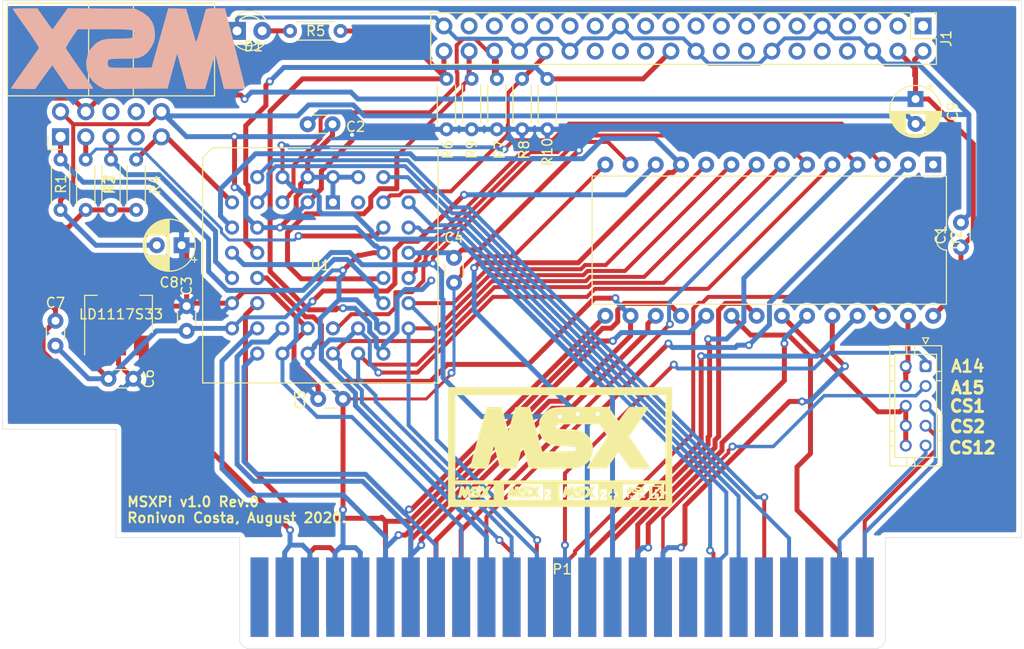
<source format=kicad_pcb>
(kicad_pcb (version 20171130) (host pcbnew "(5.1.5)-3")
  (layers (0 F.Cu signal) (31 B.Cu signal) (34 B.Paste user) (35 F.Paste user) (36 B.SilkS user) (37 F.SilkS user) (38 B.Mask user) (39 F.Mask user) (44 Edge.Cuts user))
  (net 0 "")
  (net 1 +5V)
  (net 2 +3V3)
  (net 3 "Net-(D1-Pad2)")
  (net 4 "Net-(J1-Pad17)")
  (net 5 "Net-(J1-Pad1)")
  (net 6 TDI)
  (net 7 "Net-(J2-Pad8)")
  (net 8 "Net-(J2-Pad7)")
  (net 9 "Net-(J2-Pad6)")
  (net 10 TMS)
  (net 11 TDO)
  (net 12 TCK)
  (net 13 "Net-(P1-Pad50)")
  (net 14 "Net-(P1-Pad49)")
  (net 15 "Net-(P1-Pad48)")
  (net 16 "Net-(P1-Pad44)")
  (net 17 "Net-(P1-Pad42)")
  (net 18 "Net-(P1-Pad16)")
  (net 19 "Net-(P1-Pad15)")
  (net 20 "Net-(P1-Pad5)")
  (net 21 "Net-(U1-Pad43)")
  (net 22 "Net-(U2-Pad1)")
  (net 23 A4)
  (net 24 A5)
  (net 25 A2)
  (net 26 A3)
  (net 27 A0)
  (net 28 A1)
  (net 29 A6)
  (net 30 A7)
  (net 31 A14)
  (net 32 D0)
  (net 33 D7)
  (net 34 D4)
  (net 35 D5)
  (net 36 D2)
  (net 37 D3)
  (net 38 D1)
  (net 39 GNDREF)
  (net 40 RD)
  (net 41 IORQ)
  (net 42 "Net-(P1-Pad9)")
  (net 43 WAIT)
  (net 44 SPI_CS)
  (net 45 SPI_SCLK)
  (net 46 SPI_MOSI)
  (net 47 SPI_MISO)
  (net 48 SPI_RDY)
  (net 49 D6)
  (net 50 A13)
  (net 51 A8)
  (net 52 A12)
  (net 53 A10)
  (net 54 A11)
  (net 55 A15)
  (net 56 A9)
  (net 57 WR)
  (net 58 BUSDIR)
  (net 59 "Net-(P1-Pad8)")
  (net 60 "Net-(P1-Pad6)")
  (net 61 SLTSL)
  (net 62 ROM_OE)
  (net 63 ROM_A14)
  (net 64 "Net-(P1-Pad12)")
  (net 65 CS12)
  (net 66 CS2)
  (net 67 CS1)
  (net 68 "Net-(J1-Pad37)")
  (net 69 "Net-(J1-Pad35)")
  (net 70 "Net-(J1-Pad33)")
  (net 71 "Net-(J1-Pad31)")
  (net 72 "Net-(J1-Pad29)")
  (net 73 "Net-(J1-Pad28)")
  (net 74 "Net-(J1-Pad27)")
  (net 75 "Net-(J1-Pad26)")
  (net 76 "Net-(J1-Pad24)")
  (net 77 "Net-(J1-Pad23)")
  (net 78 "Net-(J1-Pad21)")
  (net 79 "Net-(J1-Pad19)")
  (net 80 "Net-(J1-Pad18)")
  (net 81 "Net-(J1-Pad16)")
  (net 82 "Net-(J1-Pad15)")
  (net 83 "Net-(J1-Pad13)")
  (net 84 "Net-(J1-Pad12)")
  (net 85 "Net-(J1-Pad11)")
  (net 86 "Net-(J1-Pad10)")
  (net 87 "Net-(J1-Pad8)")
  (net 88 "Net-(J1-Pad7)")
  (net 89 "Net-(J1-Pad5)")
  (net 90 "Net-(J1-Pad3)")
  (module MyFootprints:msx-logo (layer B.Cu) (at 148.082 -3.048 180)
    (fp_text reference G*** hide)
    (fp_text value LOGO hide)
  )
  (module MyFootprints:msx_msx2_msx+logo (layer F.Cu) (at 191.516 37.084)
    (fp_text reference G*** hide)
    (fp_text value LOGO hide)
  )
  (module Resistor_THT:R_Axial_DIN0204_L3.6mm_D1.6mm_P5.08mm_Horizontal (layer F.Cu) (at 148.844 8.128 270)
    (fp_text reference R4 (at 2.54 -1.92 90) (layer F.SilkS))
    (fp_text value 1k)
    (pad 2 thru_hole oval (at 5.08 0 270) (size 1.4 1.4) (drill 0.7) (layers *.Cu *.Mask) (net 1 +5V))
    (pad 1 thru_hole circle (at 0 0 270) (size 1.4 1.4) (drill 0.7) (layers *.Cu *.Mask) (net 6 TDI))
  )
  (module MyFootprints:PLCC-44_THT-Socket (layer F.Cu) (at 168.656 12.446)
    (fp_text reference U1 (at -1.27 6.344) (layer F.SilkS))
    (fp_text value EPM3064ALC44-10)
    (pad 39 thru_hole circle (at 7.62 0) (size 1.4224 1.4224) (drill 0.8) (layers *.Cu *.Mask) (net 57 WR))
    (pad 37 thru_hole circle (at 7.62 2.54) (size 1.4224 1.4224) (drill 0.8) (layers *.Cu *.Mask) (net 40 RD))
    (pad 35 thru_hole circle (at 7.62 5.08) (size 1.4224 1.4224) (drill 0.8) (layers *.Cu *.Mask) (net 2 +3V3))
    (pad 33 thru_hole circle (at 7.62 7.62) (size 1.4224 1.4224) (drill 0.8) (layers *.Cu *.Mask) (net 29 A6))
    (pad 31 thru_hole circle (at 7.62 10.16) (size 1.4224 1.4224) (drill 0.8) (layers *.Cu *.Mask) (net 27 A0))
    (pad 40 thru_hole circle (at 5.08 -2.54) (size 1.4224 1.4224) (drill 0.8) (layers *.Cu *.Mask) (net 41 IORQ))
    (pad 38 thru_hole circle (at 5.08 2.54) (size 1.4224 1.4224) (drill 0.8) (layers *.Cu *.Mask) (net 11 TDO))
    (pad 36 thru_hole circle (at 5.08 5.08) (size 1.4224 1.4224) (drill 0.8) (layers *.Cu *.Mask) (net 39 GNDREF))
    (pad 34 thru_hole circle (at 5.08 7.62) (size 1.4224 1.4224) (drill 0.8) (layers *.Cu *.Mask) (net 45 SPI_SCLK))
    (pad 32 thru_hole circle (at 5.08 10.16) (size 1.4224 1.4224) (drill 0.8) (layers *.Cu *.Mask) (net 12 TCK))
    (pad 30 thru_hole circle (at 5.08 12.7) (size 1.4224 1.4224) (drill 0.8) (layers *.Cu *.Mask) (net 39 GNDREF))
    (pad 28 thru_hole circle (at 5.08 15.24) (size 1.4224 1.4224) (drill 0.8) (layers *.Cu *.Mask) (net 44 SPI_CS))
    (pad 26 thru_hole circle (at 2.54 15.24) (size 1.4224 1.4224) (drill 0.8) (layers *.Cu *.Mask) (net 26 A3))
    (pad 24 thru_hole circle (at 0 15.24) (size 1.4224 1.4224) (drill 0.8) (layers *.Cu *.Mask) (net 25 A2))
    (pad 22 thru_hole circle (at -2.54 15.24) (size 1.4224 1.4224) (drill 0.8) (layers *.Cu *.Mask) (net 39 GNDREF))
    (pad 20 thru_hole circle (at -5.08 15.24) (size 1.4224 1.4224) (drill 0.8) (layers *.Cu *.Mask) (net 38 D1))
    (pad 18 thru_hole circle (at -7.62 15.24) (size 1.4224 1.4224) (drill 0.8) (layers *.Cu *.Mask) (net 37 D3))
    (pad 29 thru_hole circle (at 7.62 12.7) (size 1.4224 1.4224) (drill 0.8) (layers *.Cu *.Mask) (net 28 A1))
    (pad 27 thru_hole circle (at 2.54 12.7) (size 1.4224 1.4224) (drill 0.8) (layers *.Cu *.Mask) (net 24 A5))
    (pad 25 thru_hole circle (at 0 12.7) (size 1.4224 1.4224) (drill 0.8) (layers *.Cu *.Mask) (net 23 A4))
    (pad 23 thru_hole circle (at -2.54 12.7) (size 1.4224 1.4224) (drill 0.8) (layers *.Cu *.Mask) (net 2 +3V3))
    (pad 21 thru_hole circle (at -5.08 12.7) (size 1.4224 1.4224) (drill 0.8) (layers *.Cu *.Mask) (net 35 D5))
    (pad 19 thru_hole circle (at -7.62 12.7) (size 1.4224 1.4224) (drill 0.8) (layers *.Cu *.Mask) (net 33 D7))
    (pad 17 thru_hole circle (at -10.16 12.7) (size 1.4224 1.4224) (drill 0.8) (layers *.Cu *.Mask) (net 39 GNDREF))
    (pad 15 thru_hole circle (at -10.16 10.16) (size 1.4224 1.4224) (drill 0.8) (layers *.Cu *.Mask) (net 2 +3V3))
    (pad 13 thru_hole circle (at -10.16 7.62) (size 1.4224 1.4224) (drill 0.8) (layers *.Cu *.Mask) (net 10 TMS))
    (pad 11 thru_hole circle (at -10.16 5.08) (size 1.4224 1.4224) (drill 0.8) (layers *.Cu *.Mask) (net 36 D2))
    (pad 9 thru_hole circle (at -10.16 2.54) (size 1.4224 1.4224) (drill 0.8) (layers *.Cu *.Mask) (net 32 D0))
    (pad 7 thru_hole circle (at -10.16 0) (size 1.4224 1.4224) (drill 0.8) (layers *.Cu *.Mask) (net 6 TDI))
    (pad 16 thru_hole circle (at -7.62 10.16) (size 1.4224 1.4224) (drill 0.8) (layers *.Cu *.Mask) (net 49 D6))
    (pad 14 thru_hole circle (at -7.62 7.62) (size 1.4224 1.4224) (drill 0.8) (layers *.Cu *.Mask) (net 34 D4))
    (pad 12 thru_hole circle (at -7.62 5.08) (size 1.4224 1.4224) (drill 0.8) (layers *.Cu *.Mask) (net 48 SPI_RDY))
    (pad 10 thru_hole circle (at -7.62 2.54) (size 1.4224 1.4224) (drill 0.8) (layers *.Cu *.Mask) (net 39 GNDREF))
    (pad 8 thru_hole circle (at -7.62 0) (size 1.4224 1.4224) (drill 0.8) (layers *.Cu *.Mask) (net 43 WAIT))
    (pad 42 thru_hole circle (at 2.54 -2.54) (size 1.4224 1.4224) (drill 0.8) (layers *.Cu *.Mask) (net 39 GNDREF))
    (pad 44 thru_hole circle (at 0 -2.54) (size 1.4224 1.4224) (drill 0.8) (layers *.Cu *.Mask) (net 39 GNDREF))
    (pad 6 thru_hole circle (at -7.62 -2.54) (size 1.4224 1.4224) (drill 0.8) (layers *.Cu *.Mask) (net 58 BUSDIR))
    (pad 4 thru_hole circle (at -5.08 -2.54) (size 1.4224 1.4224) (drill 0.8) (layers *.Cu *.Mask) (net 30 A7))
    (pad 2 thru_hole circle (at -2.54 -2.54) (size 1.4224 1.4224) (drill 0.8) (layers *.Cu *.Mask) (net 39 GNDREF))
    (pad 41 thru_hole circle (at 5.08 0) (size 1.4224 1.4224) (drill 0.8) (layers *.Cu *.Mask) (net 47 SPI_MISO))
    (pad 43 thru_hole circle (at 2.54 0) (size 1.4224 1.4224) (drill 0.8) (layers *.Cu *.Mask) (net 21 "Net-(U1-Pad43)"))
    (pad 5 thru_hole circle (at -5.08 0) (size 1.4224 1.4224) (drill 0.8) (layers *.Cu *.Mask) (net 46 SPI_MOSI))
    (pad 3 thru_hole circle (at -2.54 0) (size 1.4224 1.4224) (drill 0.8) (layers *.Cu *.Mask) (net 2 +3V3))
    (pad 1 thru_hole rect (at 0 0) (size 1.4224 1.4224) (drill 0.8) (layers *.Cu *.Mask) (net 39 GNDREF))
  )
  (module Connector_PinHeader_2.54mm:PinHeader_2x20_P2.54mm_Vertical (layer F.Cu) (at 228.092 -5.334 270)
    (fp_text reference J1 (at 1.27 -2.33 90) (layer F.SilkS))
    (fp_text value Raspberry_Pi_Zero_2_3)
    (pad 40 thru_hole oval (at 2.54 48.26 270) (size 1.7 1.7) (drill 1) (layers *.Cu *.Mask) (net 44 SPI_CS))
    (pad 39 thru_hole oval (at 0 48.26 270) (size 1.7 1.7) (drill 1) (layers *.Cu *.Mask) (net 39 GNDREF))
    (pad 38 thru_hole oval (at 2.54 45.72 270) (size 1.7 1.7) (drill 1) (layers *.Cu *.Mask) (net 45 SPI_SCLK))
    (pad 37 thru_hole oval (at 0 45.72 270) (size 1.7 1.7) (drill 1) (layers *.Cu *.Mask) (net 68 "Net-(J1-Pad37)"))
    (pad 36 thru_hole oval (at 2.54 43.18 270) (size 1.7 1.7) (drill 1) (layers *.Cu *.Mask) (net 46 SPI_MOSI))
    (pad 35 thru_hole oval (at 0 43.18 270) (size 1.7 1.7) (drill 1) (layers *.Cu *.Mask) (net 69 "Net-(J1-Pad35)"))
    (pad 34 thru_hole oval (at 2.54 40.64 270) (size 1.7 1.7) (drill 1) (layers *.Cu *.Mask) (net 39 GNDREF))
    (pad 33 thru_hole oval (at 0 40.64 270) (size 1.7 1.7) (drill 1) (layers *.Cu *.Mask) (net 70 "Net-(J1-Pad33)"))
    (pad 32 thru_hole oval (at 2.54 38.1 270) (size 1.7 1.7) (drill 1) (layers *.Cu *.Mask) (net 47 SPI_MISO))
    (pad 31 thru_hole oval (at 0 38.1 270) (size 1.7 1.7) (drill 1) (layers *.Cu *.Mask) (net 71 "Net-(J1-Pad31)"))
    (pad 30 thru_hole oval (at 2.54 35.56 270) (size 1.7 1.7) (drill 1) (layers *.Cu *.Mask) (net 39 GNDREF))
    (pad 29 thru_hole oval (at 0 35.56 270) (size 1.7 1.7) (drill 1) (layers *.Cu *.Mask) (net 72 "Net-(J1-Pad29)"))
    (pad 28 thru_hole oval (at 2.54 33.02 270) (size 1.7 1.7) (drill 1) (layers *.Cu *.Mask) (net 73 "Net-(J1-Pad28)"))
    (pad 27 thru_hole oval (at 0 33.02 270) (size 1.7 1.7) (drill 1) (layers *.Cu *.Mask) (net 74 "Net-(J1-Pad27)"))
    (pad 26 thru_hole oval (at 2.54 30.48 270) (size 1.7 1.7) (drill 1) (layers *.Cu *.Mask) (net 75 "Net-(J1-Pad26)"))
    (pad 25 thru_hole oval (at 0 30.48 270) (size 1.7 1.7) (drill 1) (layers *.Cu *.Mask) (net 39 GNDREF))
    (pad 24 thru_hole oval (at 2.54 27.94 270) (size 1.7 1.7) (drill 1) (layers *.Cu *.Mask) (net 76 "Net-(J1-Pad24)"))
    (pad 23 thru_hole oval (at 0 27.94 270) (size 1.7 1.7) (drill 1) (layers *.Cu *.Mask) (net 77 "Net-(J1-Pad23)"))
    (pad 22 thru_hole oval (at 2.54 25.4 270) (size 1.7 1.7) (drill 1) (layers *.Cu *.Mask) (net 48 SPI_RDY))
    (pad 21 thru_hole oval (at 0 25.4 270) (size 1.7 1.7) (drill 1) (layers *.Cu *.Mask) (net 78 "Net-(J1-Pad21)"))
    (pad 20 thru_hole oval (at 2.54 22.86 270) (size 1.7 1.7) (drill 1) (layers *.Cu *.Mask) (net 39 GNDREF))
    (pad 19 thru_hole oval (at 0 22.86 270) (size 1.7 1.7) (drill 1) (layers *.Cu *.Mask) (net 79 "Net-(J1-Pad19)"))
    (pad 18 thru_hole oval (at 2.54 20.32 270) (size 1.7 1.7) (drill 1) (layers *.Cu *.Mask) (net 80 "Net-(J1-Pad18)"))
    (pad 17 thru_hole oval (at 0 20.32 270) (size 1.7 1.7) (drill 1) (layers *.Cu *.Mask) (net 4 "Net-(J1-Pad17)"))
    (pad 16 thru_hole oval (at 2.54 17.78 270) (size 1.7 1.7) (drill 1) (layers *.Cu *.Mask) (net 81 "Net-(J1-Pad16)"))
    (pad 15 thru_hole oval (at 0 17.78 270) (size 1.7 1.7) (drill 1) (layers *.Cu *.Mask) (net 82 "Net-(J1-Pad15)"))
    (pad 14 thru_hole oval (at 2.54 15.24 270) (size 1.7 1.7) (drill 1) (layers *.Cu *.Mask) (net 39 GNDREF))
    (pad 13 thru_hole oval (at 0 15.24 270) (size 1.7 1.7) (drill 1) (layers *.Cu *.Mask) (net 83 "Net-(J1-Pad13)"))
    (pad 12 thru_hole oval (at 2.54 12.7 270) (size 1.7 1.7) (drill 1) (layers *.Cu *.Mask) (net 84 "Net-(J1-Pad12)"))
    (pad 11 thru_hole oval (at 0 12.7 270) (size 1.7 1.7) (drill 1) (layers *.Cu *.Mask) (net 85 "Net-(J1-Pad11)"))
    (pad 10 thru_hole oval (at 2.54 10.16 270) (size 1.7 1.7) (drill 1) (layers *.Cu *.Mask) (net 86 "Net-(J1-Pad10)"))
    (pad 9 thru_hole oval (at 0 10.16 270) (size 1.7 1.7) (drill 1) (layers *.Cu *.Mask) (net 39 GNDREF))
    (pad 8 thru_hole oval (at 2.54 7.62 270) (size 1.7 1.7) (drill 1) (layers *.Cu *.Mask) (net 87 "Net-(J1-Pad8)"))
    (pad 7 thru_hole oval (at 0 7.62 270) (size 1.7 1.7) (drill 1) (layers *.Cu *.Mask) (net 88 "Net-(J1-Pad7)"))
    (pad 6 thru_hole oval (at 2.54 5.08 270) (size 1.7 1.7) (drill 1) (layers *.Cu *.Mask) (net 39 GNDREF))
    (pad 5 thru_hole oval (at 0 5.08 270) (size 1.7 1.7) (drill 1) (layers *.Cu *.Mask) (net 89 "Net-(J1-Pad5)"))
    (pad 4 thru_hole oval (at 2.54 2.54 270) (size 1.7 1.7) (drill 1) (layers *.Cu *.Mask) (net 1 +5V))
    (pad 3 thru_hole oval (at 0 2.54 270) (size 1.7 1.7) (drill 1) (layers *.Cu *.Mask) (net 90 "Net-(J1-Pad3)"))
    (pad 2 thru_hole oval (at 2.54 0 270) (size 1.7 1.7) (drill 1) (layers *.Cu *.Mask) (net 1 +5V))
    (pad 1 thru_hole rect (at 0 0 270) (size 1.7 1.7) (drill 1) (layers *.Cu *.Mask) (net 5 "Net-(J1-Pad1)"))
  )
  (module MyFootprints:card_edge_connector (layer F.Cu) (at 190.473456 49.085389)
    (fp_text reference P1 (at 1.25984 0.33744) (layer F.SilkS))
    (fp_text value MSX_CONNECTOR)
    (pad "" np_thru_hole circle (at -26.87574 -12.98448) (size 5 5) (drill 5) (layers *.Cu *.Mask F.SilkS) (clearance 1))
    (pad 50 connect rect (at -29.22016 3.14744) (size 1.8 8) (layers F.Cu F.Mask) (net 13 "Net-(P1-Pad50)"))
    (pad 49 connect rect (at -29.22016 3.14744) (size 1.8 8) (layers B.Cu B.Mask) (net 14 "Net-(P1-Pad49)"))
    (pad 48 connect rect (at -26.68016 3.14744) (size 1.8 8) (layers F.Cu F.Mask) (net 15 "Net-(P1-Pad48)"))
    (pad 47 connect rect (at -26.68016 3.14744) (size 1.8 8) (layers B.Cu B.Mask) (net 1 +5V))
    (pad 46 connect rect (at -24.14016 3.14744) (size 1.8 8) (layers F.Cu F.Mask) (net 16 "Net-(P1-Pad44)"))
    (pad 45 connect rect (at -24.14016 3.14744) (size 1.8 8) (layers B.Cu B.Mask) (net 1 +5V))
    (pad 44 connect rect (at -21.60524 2.65468) (size 1.8 7) (layers F.Cu F.Mask) (net 16 "Net-(P1-Pad44)"))
    (pad 43 connect rect (at -21.60016 3.14744) (size 1.8 8) (layers B.Cu B.Mask) (net 39 GNDREF))
    (pad 42 connect rect (at -19.06016 3.14744) (size 1.8 8) (layers F.Cu F.Mask) (net 17 "Net-(P1-Pad42)"))
    (pad 41 connect rect (at -19.06016 3.14744) (size 1.8 8) (layers B.Cu B.Mask) (net 39 GNDREF))
    (pad 40 connect rect (at -16.52016 3.14744) (size 1.8 8) (layers F.Cu F.Mask) (net 49 D6))
    (pad 39 connect rect (at -16.52016 3.14744) (size 1.8 8) (layers B.Cu B.Mask) (net 33 D7))
    (pad 38 connect rect (at -13.98016 3.14744) (size 1.8 8) (layers F.Cu F.Mask) (net 34 D4))
    (pad 37 connect rect (at -13.98016 3.14744) (size 1.8 8) (layers B.Cu B.Mask) (net 35 D5))
    (pad 36 connect rect (at -11.44016 3.14744) (size 1.8 8) (layers F.Cu F.Mask) (net 36 D2))
    (pad 35 connect rect (at -11.44016 3.14744) (size 1.8 8) (layers B.Cu B.Mask) (net 37 D3))
    (pad 34 connect rect (at -8.90016 3.14744) (size 1.8 8) (layers F.Cu F.Mask) (net 32 D0))
    (pad 33 connect rect (at -8.90016 3.14744) (size 1.8 8) (layers B.Cu B.Mask) (net 38 D1))
    (pad 32 connect rect (at -6.36016 3.14744) (size 1.8 8) (layers F.Cu F.Mask) (net 23 A4))
    (pad 31 connect rect (at -6.36016 3.14744) (size 1.8 8) (layers B.Cu B.Mask) (net 24 A5))
    (pad 30 connect rect (at -3.82016 3.14744) (size 1.8 8) (layers F.Cu F.Mask) (net 25 A2))
    (pad 29 connect rect (at -3.82016 3.14744) (size 1.8 8) (layers B.Cu B.Mask) (net 26 A3))
    (pad 28 connect rect (at -1.28016 3.14744) (size 1.8 8) (layers F.Cu F.Mask) (net 27 A0))
    (pad 27 connect rect (at -1.28016 3.14744) (size 1.8 8) (layers B.Cu B.Mask) (net 28 A1))
    (pad 26 connect rect (at 1.25984 3.14744) (size 1.8 8) (layers F.Cu F.Mask) (net 50 A13))
    (pad 25 connect rect (at 1.25984 3.14744) (size 1.8 8) (layers B.Cu B.Mask) (net 31 A14))
    (pad 24 connect rect (at 3.79984 3.14744) (size 1.8 8) (layers F.Cu F.Mask) (net 51 A8))
    (pad 23 connect rect (at 3.79984 3.14744) (size 1.8 8) (layers B.Cu B.Mask) (net 52 A12))
    (pad 22 connect rect (at 6.33984 3.14744) (size 1.8 8) (layers F.Cu F.Mask) (net 29 A6))
    (pad 21 connect rect (at 6.33984 3.14744) (size 1.8 8) (layers B.Cu B.Mask) (net 30 A7))
    (pad 20 connect rect (at 8.87984 3.14744) (size 1.8 8) (layers F.Cu F.Mask) (net 53 A10))
    (pad 19 connect rect (at 8.87984 3.14744) (size 1.8 8) (layers B.Cu B.Mask) (net 54 A11))
    (pad 18 connect rect (at 11.41984 3.14744) (size 1.8 8) (layers F.Cu F.Mask) (net 55 A15))
    (pad 17 connect rect (at 11.41984 3.14744) (size 1.8 8) (layers B.Cu B.Mask) (net 56 A9))
    (pad 16 connect rect (at 13.95984 3.14744) (size 1.8 8) (layers F.Cu F.Mask) (net 18 "Net-(P1-Pad16)"))
    (pad 15 connect rect (at 13.95984 3.14744) (size 1.8 8) (layers B.Cu B.Mask) (net 19 "Net-(P1-Pad15)"))
    (pad 14 connect rect (at 16.49984 3.14744) (size 1.8 8) (layers F.Cu F.Mask) (net 40 RD))
    (pad 13 connect rect (at 16.49984 3.14744) (size 1.8 8) (layers B.Cu B.Mask) (net 57 WR))
    (pad 12 connect rect (at 19.03984 3.14744) (size 1.8 8) (layers F.Cu F.Mask) (net 64 "Net-(P1-Pad12)"))
    (pad 11 connect rect (at 19.03984 3.14744) (size 1.8 8) (layers B.Cu B.Mask) (net 41 IORQ))
    (pad 10 connect rect (at 21.57984 3.14744) (size 1.8 8) (layers F.Cu F.Mask) (net 58 BUSDIR))
    (pad 9 connect rect (at 21.57984 3.14744) (size 1.8 8) (layers B.Cu B.Mask) (net 42 "Net-(P1-Pad9)"))
    (pad 8 connect rect (at 24.11984 3.14744) (size 1.8 8) (layers F.Cu F.Mask) (net 59 "Net-(P1-Pad8)"))
    (pad 7 connect rect (at 24.11984 3.14744) (size 1.8 8) (layers B.Cu B.Mask) (net 43 WAIT))
    (pad 6 connect rect (at 26.65984 3.14744) (size 1.8 8) (layers F.Cu F.Mask) (net 60 "Net-(P1-Pad6)"))
    (pad 5 connect rect (at 26.65984 3.14744) (size 1.8 8) (layers B.Cu B.Mask) (net 20 "Net-(P1-Pad5)"))
    (pad 4 connect rect (at 29.19984 3.14744) (size 1.8 8) (layers F.Cu F.Mask) (net 61 SLTSL))
    (pad 3 connect rect (at 29.19984 3.14744) (size 1.8 8) (layers B.Cu B.Mask) (net 65 CS12))
    (pad 2 connect rect (at 31.73984 3.14744) (size 1.8 8) (layers F.Cu F.Mask) (net 66 CS2))
    (pad 1 connect rect (at 31.73984 3.14744) (size 1.8 8) (layers B.Cu B.Mask) (net 67 CS1))
    (pad "" np_thru_hole circle (at 29.12364 -7.78256) (size 5 5) (drill 5) (layers *.Cu *.Mask F.SilkS) (clearance 1))
  )
  (module Connector_IDC:IDC-Header_2x05_P2.54mm_Horizontal (layer F.Cu) (at 141.224 5.842 90)
    (fp_text reference J2 (at 8.89 5.08 180) (layer F.SilkS))
    (fp_text value JTAG)
    (pad 10 thru_hole oval (at 2.54 10.16 90) (size 1.7272 1.7272) (drill 1.016) (layers *.Cu *.Mask) (net 39 GNDREF))
    (pad 9 thru_hole oval (at 0 10.16 90) (size 1.7272 1.7272) (drill 1.016) (layers *.Cu *.Mask) (net 6 TDI))
    (pad 8 thru_hole oval (at 2.54 7.62 90) (size 1.7272 1.7272) (drill 1.016) (layers *.Cu *.Mask) (net 7 "Net-(J2-Pad8)"))
    (pad 7 thru_hole oval (at 0 7.62 90) (size 1.7272 1.7272) (drill 1.016) (layers *.Cu *.Mask) (net 8 "Net-(J2-Pad7)"))
    (pad 6 thru_hole oval (at 2.54 5.08 90) (size 1.7272 1.7272) (drill 1.016) (layers *.Cu *.Mask) (net 9 "Net-(J2-Pad6)"))
    (pad 5 thru_hole oval (at 0 5.08 90) (size 1.7272 1.7272) (drill 1.016) (layers *.Cu *.Mask) (net 10 TMS))
    (pad 4 thru_hole oval (at 2.54 2.54 90) (size 1.7272 1.7272) (drill 1.016) (layers *.Cu *.Mask) (net 1 +5V))
    (pad 3 thru_hole oval (at 0 2.54 90) (size 1.7272 1.7272) (drill 1.016) (layers *.Cu *.Mask) (net 11 TDO))
    (pad 2 thru_hole oval (at 2.54 0 90) (size 1.7272 1.7272) (drill 1.016) (layers *.Cu *.Mask) (net 39 GNDREF))
    (pad 1 thru_hole rect (at 0 0 90) (size 1.7272 1.7272) (drill 1.016) (layers *.Cu *.Mask) (net 12 TCK))
  )
  (module Connector_JST:JST_PHD_B10B-PHDSS_2x05_P2.00mm_Vertical (layer F.Cu) (at 228.346 28.956 270)
    (fp_text reference J3 hide)
    (fp_text value Conn_02x05_Odd_Even hide)
    (pad 10 thru_hole circle (at 8 2 270) (size 1.2 1.2) (drill 0.75) (layers *.Cu *.Mask) (net 62 ROM_OE))
    (pad 8 thru_hole circle (at 6 2 270) (size 1.2 1.2) (drill 0.75) (layers *.Cu *.Mask) (net 62 ROM_OE))
    (pad 6 thru_hole circle (at 4 2 270) (size 1.2 1.2) (drill 0.75) (layers *.Cu *.Mask) (net 62 ROM_OE))
    (pad 4 thru_hole circle (at 2 2 270) (size 1.2 1.2) (drill 0.75) (layers *.Cu *.Mask) (net 63 ROM_A14))
    (pad 2 thru_hole circle (at 0 2 270) (size 1.2 1.2) (drill 0.75) (layers *.Cu *.Mask) (net 63 ROM_A14))
    (pad 9 thru_hole circle (at 8 0 270) (size 1.2 1.2) (drill 0.75) (layers *.Cu *.Mask) (net 65 CS12))
    (pad 7 thru_hole circle (at 6 0 270) (size 1.2 1.2) (drill 0.75) (layers *.Cu *.Mask) (net 66 CS2))
    (pad 5 thru_hole circle (at 4 0 270) (size 1.2 1.2) (drill 0.75) (layers *.Cu *.Mask) (net 67 CS1))
    (pad 3 thru_hole circle (at 2 0 270) (size 1.2 1.2) (drill 0.75) (layers *.Cu *.Mask) (net 55 A15))
    (pad 1 thru_hole roundrect (at 0 0 270) (size 1.2 1.2) (drill 0.75) (layers *.Cu *.Mask) (roundrect_rratio 0.208333) (net 31 A14))
  )
  (module Capacitor_THT:CP_Radial_D5.0mm_P2.50mm (layer F.Cu) (at 227.33 2.032 270)
    (fp_text reference C9 (at 1.25 -3.75 90) (layer F.SilkS))
    (fp_text value 100uF)
    (pad 2 thru_hole circle (at 2.5 0 270) (size 1.6 1.6) (drill 0.8) (layers *.Cu *.Mask) (net 39 GNDREF))
    (pad 1 thru_hole rect (at 0 0 270) (size 1.6 1.6) (drill 0.8) (layers *.Cu *.Mask) (net 1 +5V))
  )
  (module Capacitor_THT:CP_Radial_D5.0mm_P2.50mm (layer F.Cu) (at 153.416 16.764 180)
    (fp_text reference C8 (at 1.25 -3.75) (layer F.SilkS))
    (fp_text value 100uF)
    (pad 2 thru_hole circle (at 2.5 0 180) (size 1.6 1.6) (drill 0.8) (layers *.Cu *.Mask) (net 39 GNDREF))
    (pad 1 thru_hole rect (at 0 0 180) (size 1.6 1.6) (drill 0.8) (layers *.Cu *.Mask) (net 2 +3V3))
  )
  (module Resistor_THT:R_Axial_DIN0204_L3.6mm_D1.6mm_P5.08mm_Horizontal (layer F.Cu) (at 164.338 -4.826)
    (fp_text reference R5 (at 2.59 0) (layer F.SilkS))
    (fp_text value R_US)
    (pad 2 thru_hole oval (at 5.08 0) (size 1.4 1.4) (drill 0.7) (layers *.Cu *.Mask) (net 44 SPI_CS))
    (pad 1 thru_hole circle (at 0 0) (size 1.4 1.4) (drill 0.7) (layers *.Cu *.Mask) (net 3 "Net-(D1-Pad2)"))
  )
  (module Resistor_THT:R_Axial_DIN0204_L3.6mm_D1.6mm_P5.08mm_Horizontal (layer F.Cu) (at 146.304 8.128 270)
    (fp_text reference R3 (at 2.54 0.09 90) (layer F.SilkS))
    (fp_text value 1k)
    (pad 2 thru_hole oval (at 5.08 0 270) (size 1.4 1.4) (drill 0.7) (layers *.Cu *.Mask) (net 1 +5V))
    (pad 1 thru_hole circle (at 0 0 270) (size 1.4 1.4) (drill 0.7) (layers *.Cu *.Mask) (net 10 TMS))
  )
  (module Resistor_THT:R_Axial_DIN0204_L3.6mm_D1.6mm_P5.08mm_Horizontal (layer F.Cu) (at 143.764 8.128 270)
    (fp_text reference R2 (at 2.45 -2.26 90) (layer F.SilkS))
    (fp_text value 1k)
    (pad 2 thru_hole oval (at 5.08 0 270) (size 1.4 1.4) (drill 0.7) (layers *.Cu *.Mask) (net 1 +5V))
    (pad 1 thru_hole circle (at 0 0 270) (size 1.4 1.4) (drill 0.7) (layers *.Cu *.Mask) (net 11 TDO))
  )
  (module Resistor_THT:R_Axial_DIN0204_L3.6mm_D1.6mm_P5.08mm_Horizontal (layer F.Cu) (at 141.224 13.208 90)
    (fp_text reference R1 (at 2.61 0.05 90) (layer F.SilkS))
    (fp_text value 1k)
    (pad 2 thru_hole oval (at 5.08 0 90) (size 1.4 1.4) (drill 0.7) (layers *.Cu *.Mask) (net 12 TCK))
    (pad 1 thru_hole circle (at 0 0 90) (size 1.4 1.4) (drill 0.7) (layers *.Cu *.Mask) (net 39 GNDREF))
  )
  (module Package_TO_SOT_SMD:SOT-223-3_TabPin2 (layer F.Cu) (at 147.066 23.724 90)
    (fp_text reference LD1117S33 (at 0 0.254 180) (layer F.SilkS))
    (fp_text value LD1117S33TR_SOT223)
    (pad 1 smd rect (at -3.15 -2.3 90) (size 2 1.5) (layers F.Cu F.Paste F.Mask) (net 39 GNDREF))
    (pad 3 smd rect (at -3.15 2.3 90) (size 2 1.5) (layers F.Cu F.Paste F.Mask) (net 1 +5V))
    (pad 2 smd rect (at -3.15 0 90) (size 2 1.5) (layers F.Cu F.Paste F.Mask) (net 2 +3V3))
    (pad 2 smd rect (at 3.15 0 90) (size 2 3.8) (layers F.Cu F.Paste F.Mask) (net 2 +3V3))
  )
  (module LED_THT:LED_D3.0mm (layer F.Cu) (at 159 -4.84)
    (fp_text reference D1 (at 1.65 1.56) (layer F.SilkS))
    (fp_text value LED)
    (pad 2 thru_hole circle (at 2.54 0) (size 1.8 1.8) (drill 0.9) (layers *.Cu *.Mask) (net 3 "Net-(D1-Pad2)"))
    (pad 1 thru_hole rect (at 0 0) (size 1.8 1.8) (drill 0.9) (layers *.Cu *.Mask) (net 39 GNDREF))
  )
  (module Capacitor_THT:C_Disc_D3.0mm_W1.6mm_P2.50mm (layer F.Cu) (at 168.616 4.572 180)
    (fp_text reference C2 (at -2.326 -0.254) (layer F.SilkS))
    (fp_text value 100nF)
    (pad 2 thru_hole circle (at 2.5 0 180) (size 1.6 1.6) (drill 0.8) (layers *.Cu *.Mask) (net 2 +3V3))
    (pad 1 thru_hole circle (at 0 0 180) (size 1.6 1.6) (drill 0.8) (layers *.Cu *.Mask) (net 39 GNDREF))
  )
  (module Capacitor_THT:C_Disc_D3.0mm_W1.6mm_P2.50mm (layer F.Cu) (at 231.902 16.978 90)
    (fp_text reference C1 (at 1.25 -2.05 90) (layer F.SilkS))
    (fp_text value 100nF)
    (pad 2 thru_hole circle (at 2.5 0 90) (size 1.6 1.6) (drill 0.8) (layers *.Cu *.Mask) (net 39 GNDREF))
    (pad 1 thru_hole circle (at 0 0 90) (size 1.6 1.6) (drill 0.8) (layers *.Cu *.Mask) (net 1 +5V))
  )
  (module Package_DIP:DIP-28_W15.24mm (layer F.Cu) (at 229.108 8.636 270)
    (fp_text reference U2 (at 7.62 -2.33 90) (layer F.SilkS))
    (fp_text value 27C256)
    (pad 1 thru_hole rect (at 0 0 270) (size 1.6 1.6) (drill 0.8) (layers *.Cu *.Mask) (net 22 "Net-(U2-Pad1)"))
    (pad 15 thru_hole oval (at 15.24 33.02 270) (size 1.6 1.6) (drill 0.8) (layers *.Cu *.Mask) (net 37 D3))
    (pad 2 thru_hole oval (at 0 2.54 270) (size 1.6 1.6) (drill 0.8) (layers *.Cu *.Mask) (net 52 A12))
    (pad 16 thru_hole oval (at 15.24 30.48 270) (size 1.6 1.6) (drill 0.8) (layers *.Cu *.Mask) (net 34 D4))
    (pad 3 thru_hole oval (at 0 5.08 270) (size 1.6 1.6) (drill 0.8) (layers *.Cu *.Mask) (net 30 A7))
    (pad 17 thru_hole oval (at 15.24 27.94 270) (size 1.6 1.6) (drill 0.8) (layers *.Cu *.Mask) (net 35 D5))
    (pad 4 thru_hole oval (at 0 7.62 270) (size 1.6 1.6) (drill 0.8) (layers *.Cu *.Mask) (net 29 A6))
    (pad 18 thru_hole oval (at 15.24 25.4 270) (size 1.6 1.6) (drill 0.8) (layers *.Cu *.Mask) (net 49 D6))
    (pad 5 thru_hole oval (at 0 10.16 270) (size 1.6 1.6) (drill 0.8) (layers *.Cu *.Mask) (net 24 A5))
    (pad 19 thru_hole oval (at 15.24 22.86 270) (size 1.6 1.6) (drill 0.8) (layers *.Cu *.Mask) (net 33 D7))
    (pad 6 thru_hole oval (at 0 12.7 270) (size 1.6 1.6) (drill 0.8) (layers *.Cu *.Mask) (net 23 A4))
    (pad 20 thru_hole oval (at 15.24 20.32 270) (size 1.6 1.6) (drill 0.8) (layers *.Cu *.Mask) (net 61 SLTSL))
    (pad 7 thru_hole oval (at 0 15.24 270) (size 1.6 1.6) (drill 0.8) (layers *.Cu *.Mask) (net 26 A3))
    (pad 21 thru_hole oval (at 15.24 17.78 270) (size 1.6 1.6) (drill 0.8) (layers *.Cu *.Mask) (net 53 A10))
    (pad 8 thru_hole oval (at 0 17.78 270) (size 1.6 1.6) (drill 0.8) (layers *.Cu *.Mask) (net 25 A2))
    (pad 22 thru_hole oval (at 15.24 15.24 270) (size 1.6 1.6) (drill 0.8) (layers *.Cu *.Mask) (net 62 ROM_OE))
    (pad 9 thru_hole oval (at 0 20.32 270) (size 1.6 1.6) (drill 0.8) (layers *.Cu *.Mask) (net 28 A1))
    (pad 23 thru_hole oval (at 15.24 12.7 270) (size 1.6 1.6) (drill 0.8) (layers *.Cu *.Mask) (net 54 A11))
    (pad 10 thru_hole oval (at 0 22.86 270) (size 1.6 1.6) (drill 0.8) (layers *.Cu *.Mask) (net 27 A0))
    (pad 24 thru_hole oval (at 15.24 10.16 270) (size 1.6 1.6) (drill 0.8) (layers *.Cu *.Mask) (net 56 A9))
    (pad 11 thru_hole oval (at 0 25.4 270) (size 1.6 1.6) (drill 0.8) (layers *.Cu *.Mask) (net 32 D0))
    (pad 25 thru_hole oval (at 15.24 7.62 270) (size 1.6 1.6) (drill 0.8) (layers *.Cu *.Mask) (net 51 A8))
    (pad 12 thru_hole oval (at 0 27.94 270) (size 1.6 1.6) (drill 0.8) (layers *.Cu *.Mask) (net 38 D1))
    (pad 26 thru_hole oval (at 15.24 5.08 270) (size 1.6 1.6) (drill 0.8) (layers *.Cu *.Mask) (net 50 A13))
    (pad 13 thru_hole oval (at 0 30.48 270) (size 1.6 1.6) (drill 0.8) (layers *.Cu *.Mask) (net 36 D2))
    (pad 27 thru_hole oval (at 15.24 2.54 270) (size 1.6 1.6) (drill 0.8) (layers *.Cu *.Mask) (net 63 ROM_A14))
    (pad 14 thru_hole oval (at 0 33.02 270) (size 1.6 1.6) (drill 0.8) (layers *.Cu *.Mask) (net 39 GNDREF))
    (pad 28 thru_hole oval (at 15.24 0 270) (size 1.6 1.6) (drill 0.8) (layers *.Cu *.Mask) (net 1 +5V))
  )
  (module Capacitor_THT:C_Disc_D3.0mm_W1.6mm_P2.50mm (layer F.Cu) (at 153.924 25.4 90)
    (fp_text reference C3 (at 4.532 0 90) (layer F.SilkS))
    (fp_text value 100nF)
    (pad 1 thru_hole circle (at 0 0 90) (size 1.6 1.6) (drill 0.8) (layers *.Cu *.Mask) (net 39 GNDREF))
    (pad 2 thru_hole circle (at 2.5 0 90) (size 1.6 1.6) (drill 0.8) (layers *.Cu *.Mask) (net 2 +3V3))
  )
  (module Capacitor_THT:C_Disc_D3.0mm_W1.6mm_P2.50mm (layer F.Cu) (at 180.848 20.534 90)
    (fp_text reference C4 (at 4.532 0 180) (layer F.SilkS))
    (fp_text value 100nF)
    (pad 2 thru_hole circle (at 2.5 0 90) (size 1.6 1.6) (drill 0.8) (layers *.Cu *.Mask) (net 2 +3V3))
    (pad 1 thru_hole circle (at 0 0 90) (size 1.6 1.6) (drill 0.8) (layers *.Cu *.Mask) (net 39 GNDREF))
  )
  (module Capacitor_THT:C_Disc_D3.0mm_W1.6mm_P2.50mm (layer F.Cu) (at 169.672 32.258 180)
    (fp_text reference C5 (at 4.32 -0.09 270) (layer F.SilkS))
    (fp_text value 100nF)
    (pad 1 thru_hole circle (at 0 0 180) (size 1.6 1.6) (drill 0.8) (layers *.Cu *.Mask) (net 39 GNDREF))
    (pad 2 thru_hole circle (at 2.5 0 180) (size 1.6 1.6) (drill 0.8) (layers *.Cu *.Mask) (net 2 +3V3))
  )
  (module Capacitor_THT:C_Disc_D3.0mm_W1.6mm_P2.50mm (layer F.Cu) (at 146.05 30.226)
    (fp_text reference C6 (at 4.064 0 270) (layer F.SilkS))
    (fp_text value 100nF)
    (pad 2 thru_hole circle (at 2.5 0) (size 1.6 1.6) (drill 0.8) (layers *.Cu *.Mask) (net 2 +3V3))
    (pad 1 thru_hole circle (at 0 0) (size 1.6 1.6) (drill 0.8) (layers *.Cu *.Mask) (net 39 GNDREF))
  )
  (module Capacitor_THT:C_Disc_D3.0mm_W1.6mm_P2.50mm (layer F.Cu) (at 140.716 26.884 90)
    (fp_text reference C7 (at 4.318 0 180) (layer F.SilkS))
    (fp_text value 100nF)
    (pad 1 thru_hole circle (at 0 0 90) (size 1.6 1.6) (drill 0.8) (layers *.Cu *.Mask) (net 39 GNDREF))
    (pad 2 thru_hole circle (at 2.5 0 90) (size 1.6 1.6) (drill 0.8) (layers *.Cu *.Mask) (net 1 +5V))
  )
  (module Resistor_THT:R_Axial_DIN0204_L3.6mm_D1.6mm_P5.08mm_Horizontal (layer F.Cu) (at 180.086 0 270)
    (fp_text reference R6 (at 7.12 -0.13 90) (layer F.SilkS))
    (fp_text value 10K)
    (pad 1 thru_hole circle (at 0 0 270) (size 1.4 1.4) (drill 0.7) (layers *.Cu *.Mask) (net 44 SPI_CS))
    (pad 2 thru_hole oval (at 5.08 0 270) (size 1.4 1.4) (drill 0.7) (layers *.Cu *.Mask) (net 2 +3V3))
  )
  (module Resistor_THT:R_Axial_DIN0204_L3.6mm_D1.6mm_P5.08mm_Horizontal (layer F.Cu) (at 185.166 0 270)
    (fp_text reference R7 (at 7.13 -0.28 90) (layer F.SilkS))
    (fp_text value 10K)
    (pad 2 thru_hole oval (at 5.08 0 270) (size 1.4 1.4) (drill 0.7) (layers *.Cu *.Mask) (net 2 +3V3))
    (pad 1 thru_hole circle (at 0 0 270) (size 1.4 1.4) (drill 0.7) (layers *.Cu *.Mask) (net 46 SPI_MOSI))
  )
  (module Resistor_THT:R_Axial_DIN0204_L3.6mm_D1.6mm_P5.08mm_Horizontal (layer F.Cu) (at 187.706 0 270)
    (fp_text reference R8 (at 7.15 -0.2 90) (layer F.SilkS))
    (fp_text value 10k)
    (pad 1 thru_hole circle (at 0 0 270) (size 1.4 1.4) (drill 0.7) (layers *.Cu *.Mask) (net 47 SPI_MISO))
    (pad 2 thru_hole oval (at 5.08 0 270) (size 1.4 1.4) (drill 0.7) (layers *.Cu *.Mask) (net 2 +3V3))
  )
  (module Resistor_THT:R_Axial_DIN0204_L3.6mm_D1.6mm_P5.08mm_Horizontal (layer F.Cu) (at 182.626 0 270)
    (fp_text reference R9 (at 7.112 0 90) (layer F.SilkS))
    (fp_text value 10k)
    (pad 2 thru_hole oval (at 5.08 0 270) (size 1.4 1.4) (drill 0.7) (layers *.Cu *.Mask) (net 2 +3V3))
    (pad 1 thru_hole circle (at 0 0 270) (size 1.4 1.4) (drill 0.7) (layers *.Cu *.Mask) (net 45 SPI_SCLK))
  )
  (module Resistor_THT:R_Axial_DIN0204_L3.6mm_D1.6mm_P5.08mm_Horizontal (layer F.Cu) (at 190.246 0 270)
    (fp_text reference R10 (at 7.366 0 90) (layer F.SilkS))
    (fp_text value 10k)
    (pad 1 thru_hole circle (at 0 0 270) (size 1.4 1.4) (drill 0.7) (layers *.Cu *.Mask) (net 48 SPI_RDY))
    (pad 2 thru_hole oval (at 5.08 0 270) (size 1.4 1.4) (drill 0.7) (layers *.Cu *.Mask) (net 2 +3V3))
  )
  (gr_text "MSXPi v1.0 Rev.0\nRonivon Costa, August 2020." (at 147.828 43.434) (layer F.SilkS) (effects (font (size 1 1) (thickness 0.2)) (justify left)))
  (gr_line (start 135.382 -7.874) (end 237.998 -7.874) (layer Edge.Cuts) (width 0.05))
  (gr_line (start 135.382 35.306) (end 135.382 -7.874) (layer Edge.Cuts) (width 0.05))
  (gr_line (start 146.812 35.306) (end 135.382 35.306) (layer Edge.Cuts) (width 0.05))
  (gr_line (start 146.812 46.228) (end 146.812 35.306) (layer Edge.Cuts) (width 0.05))
  (gr_line (start 159.258 46.228) (end 146.812 46.228) (layer Edge.Cuts) (width 0.05))
  (gr_line (start 159.258 56.642) (end 159.258 46.228) (layer Edge.Cuts) (width 0.05))
  (gr_line (start 159.512 57.15) (end 159.258 56.642) (layer Edge.Cuts) (width 0.05))
  (gr_line (start 160.02 57.404) (end 159.512 57.15) (layer Edge.Cuts) (width 0.05))
  (gr_line (start 223.52 57.404) (end 160.02 57.404) (layer Edge.Cuts) (width 0.05))
  (gr_line (start 224.028 57.15) (end 223.52 57.404) (layer Edge.Cuts) (width 0.05))
  (gr_line (start 224.282 56.642) (end 224.028 57.15) (layer Edge.Cuts) (width 0.05))
  (gr_line (start 224.282 46.228) (end 224.282 56.642) (layer Edge.Cuts) (width 0.05))
  (gr_line (start 237.998 46.228) (end 224.282 46.228) (layer Edge.Cuts) (width 0.05))
  (gr_line (start 237.998 -7.874) (end 237.998 46.228) (layer Edge.Cuts) (width 0.05))
  (gr_text CS12 (at 233.05 37.182) (layer F.SilkS) (effects (font (size 1.2 1.2) (thickness 0.3))))
  (gr_text CS2 (at 232.57 35.042) (layer F.SilkS) (effects (font (size 1.2 1.2) (thickness 0.3))))
  (gr_text CS1 (at 232.56 32.982) (layer F.SilkS) (effects (font (size 1.2 1.2) (thickness 0.3))))
  (gr_text A15 (at 232.59 31.132) (layer F.SilkS) (effects (font (size 1.2 1.2) (thickness 0.3))))
  (gr_text A14 (at 232.59 28.962) (layer F.SilkS) (effects (font (size 1.2 1.2) (thickness 0.25))))
  (segment (start 165.590467 46.99) (end 164.536125 46.99) (width 0.5) (layer B.Cu) (net 1))
  (segment (start 166.333296 47.732829) (end 165.590467 46.99) (width 0.5) (layer B.Cu) (net 1))
  (segment (start 166.333296 52.232829) (end 166.333296 47.732829) (width 0.5) (layer B.Cu) (net 1))
  (segment (start 163.793296 52.232829) (end 163.793296 47.732829) (width 0.5) (layer B.Cu) (net 1))
  (segment (start 142.900401 2.438401) (end 143.764 3.302) (width 0.5) (layer F.Cu) (net 1))
  (segment (start 142.450399 1.988399) (end 142.900401 2.438401) (width 0.5) (layer F.Cu) (net 1))
  (segment (start 141.986 14.986) (end 139.954 14.986) (width 0.5) (layer F.Cu) (net 1))
  (segment (start 225.552 -2.794) (end 227.33 -1.016) (width 0.5) (layer F.Cu) (net 1))
  (segment (start 227.242001 -0.341999) (end 227.33 -0.254) (width 0.5) (layer F.Cu) (net 1))
  (segment (start 227.242001 -1.944001) (end 227.242001 -0.341999) (width 0.5) (layer F.Cu) (net 1))
  (segment (start 227.33 -1.016) (end 227.33 -0.254) (width 0.5) (layer F.Cu) (net 1))
  (segment (start 228.092 -2.794) (end 227.242001 -1.944001) (width 0.5) (layer F.Cu) (net 1))
  (segment (start 227.33 -0.254) (end 227.33 2.032) (width 0.5) (layer F.Cu) (net 1))
  (segment (start 227.33 2.032) (end 228.63 2.032) (width 0.5) (layer F.Cu) (net 1))
  (segment (start 233.152001 15.727999) (end 232.701999 16.178001) (width 0.5) (layer F.Cu) (net 1))
  (segment (start 233.152001 6.554001) (end 233.152001 15.727999) (width 0.5) (layer F.Cu) (net 1))
  (segment (start 228.63 2.032) (end 233.152001 6.554001) (width 0.5) (layer F.Cu) (net 1))
  (segment (start 232.701999 16.178001) (end 231.902 16.978) (width 0.5) (layer F.Cu) (net 1))
  (segment (start 229.108 23.876) (end 231.902 21.082) (width 0.5) (layer F.Cu) (net 1))
  (segment (start 231.902 21.082) (end 231.902 16.978) (width 0.5) (layer F.Cu) (net 1))
  (segment (start 146.304 13.208) (end 143.764 13.208) (width 0.5) (layer F.Cu) (net 1))
  (segment (start 143.764 13.208) (end 141.986 14.986) (width 0.5) (layer F.Cu) (net 1))
  (segment (start 145.433999 1.632001) (end 144.627599 2.438401) (width 0.5) (layer F.Cu) (net 1))
  (segment (start 159.766 2.032) (end 159.366001 1.632001) (width 0.5) (layer F.Cu) (net 1))
  (segment (start 144.627599 2.438401) (end 143.764 3.302) (width 0.5) (layer F.Cu) (net 1))
  (via (at 159.766 2.032) (size 0.8) (drill 0.4) (layers F.Cu B.Cu) (net 1))
  (segment (start 159.366001 1.632001) (end 145.433999 1.632001) (width 0.5) (layer F.Cu) (net 1))
  (segment (start 149.366 26.874) (end 149.366 28.374) (width 0.5) (layer F.Cu) (net 1))
  (via (at 164.338 45.466) (size 0.8) (drill 0.4) (layers F.Cu B.Cu) (net 1))
  (segment (start 164.338 46.482) (end 164.338 46.99) (width 0.5) (layer B.Cu) (net 1))
  (segment (start 164.338 45.466) (end 164.338 46.482) (width 0.5) (layer B.Cu) (net 1))
  (segment (start 164.536125 46.99) (end 164.338 46.99) (width 0.5) (layer B.Cu) (net 1))
  (segment (start 164.338 46.99) (end 163.793296 47.732829) (width 0.5) (layer B.Cu) (net 1))
  (segment (start 139.954 22.49063) (end 139.954 14.478) (width 0.5) (layer F.Cu) (net 1))
  (segment (start 140.716 24.384) (end 140.716 23.25263) (width 0.5) (layer F.Cu) (net 1))
  (segment (start 139.954 14.986) (end 139.954 14.478) (width 0.5) (layer F.Cu) (net 1))
  (segment (start 140.716 23.25263) (end 139.954 22.49063) (width 0.5) (layer F.Cu) (net 1))
  (segment (start 139.465999 27.484001) (end 143.731998 31.75) (width 0.5) (layer F.Cu) (net 1))
  (segment (start 139.465999 25.634001) (end 139.465999 27.484001) (width 0.5) (layer F.Cu) (net 1))
  (segment (start 140.716 24.384) (end 139.465999 25.634001) (width 0.5) (layer F.Cu) (net 1))
  (segment (start 143.731998 31.75) (end 152.654 31.75) (width 0.5) (layer F.Cu) (net 1))
  (segment (start 149.366 28.374) (end 152.654 31.75) (width 0.5) (layer F.Cu) (net 1))
  (segment (start 227.33 2.032) (end 171.169964 2.032) (width 0.5) (layer B.Cu) (net 1))
  (segment (start 160.165999 1.632001) (end 159.766 2.032) (width 0.5) (layer B.Cu) (net 1))
  (segment (start 160.46601 1.33199) (end 160.165999 1.632001) (width 0.5) (layer B.Cu) (net 1))
  (segment (start 171.169964 2.032) (end 170.469954 1.33199) (width 0.5) (layer B.Cu) (net 1))
  (segment (start 170.469954 1.33199) (end 160.46601 1.33199) (width 0.5) (layer B.Cu) (net 1))
  (segment (start 139.954 14.478) (end 139.954 13.97) (width 0.4) (layer F.Cu) (net 1))
  (segment (start 139.954 13.97) (end 139.446 13.462) (width 0.4) (layer F.Cu) (net 1))
  (segment (start 139.446 13.462) (end 139.446 2.794) (width 0.4) (layer F.Cu) (net 1))
  (segment (start 140.251601 1.988399) (end 142.450399 1.988399) (width 0.4) (layer F.Cu) (net 1))
  (segment (start 139.446 2.794) (end 140.251601 1.988399) (width 0.4) (layer F.Cu) (net 1))
  (segment (start 152.654 31.75) (end 152.654 33.782) (width 0.5) (layer F.Cu) (net 1))
  (segment (start 163.938001 45.066001) (end 164.338 45.466) (width 0.5) (layer F.Cu) (net 1))
  (segment (start 152.654 33.782) (end 163.938001 45.066001) (width 0.5) (layer F.Cu) (net 1))
  (segment (start 146.304 13.208) (end 148.844 13.208) (width 0.5) (layer F.Cu) (net 1))
  (segment (start 190.246 5.08) (end 187.706 5.08) (width 0.4) (layer B.Cu) (net 2))
  (segment (start 185.166 5.08) (end 187.706 5.08) (width 0.4) (layer B.Cu) (net 2))
  (segment (start 184.912 5.334) (end 185.166 5.08) (width 0.4) (layer B.Cu) (net 2))
  (segment (start 180.34 5.334) (end 180.086 5.08) (width 0.4) (layer B.Cu) (net 2))
  (segment (start 154.218 22.606) (end 153.924 22.9) (width 0.5) (layer F.Cu) (net 2))
  (segment (start 158.496 22.606) (end 154.218 22.606) (width 0.5) (layer F.Cu) (net 2))
  (segment (start 147.066 28.742) (end 147.066 26.874) (width 0.5) (layer F.Cu) (net 2))
  (segment (start 148.55 30.226) (end 147.066 28.742) (width 0.5) (layer F.Cu) (net 2))
  (segment (start 147.066 22.074) (end 147.066 26.874) (width 0.5) (layer F.Cu) (net 2))
  (segment (start 147.066 20.574) (end 147.066 22.074) (width 0.5) (layer F.Cu) (net 2))
  (segment (start 167.172 32.258) (end 167.172 31.028) (width 0.5) (layer F.Cu) (net 2))
  (segment (start 164.737201 26.524799) (end 165.404801 25.857199) (width 0.5) (layer F.Cu) (net 2))
  (segment (start 164.737201 28.593201) (end 164.737201 26.524799) (width 0.5) (layer F.Cu) (net 2))
  (segment (start 165.404801 25.857199) (end 166.116 25.146) (width 0.5) (layer F.Cu) (net 2))
  (segment (start 167.172 31.028) (end 164.737201 28.593201) (width 0.5) (layer F.Cu) (net 2))
  (segment (start 180.34 17.526) (end 180.848 18.034) (width 0.5) (layer B.Cu) (net 2))
  (segment (start 176.276 17.526) (end 180.34 17.526) (width 0.5) (layer B.Cu) (net 2))
  (segment (start 166.116 4.572) (end 167.366001 3.321999) (width 0.5) (layer B.Cu) (net 2))
  (segment (start 167.366001 3.321999) (end 170.414001 3.321999) (width 0.5) (layer B.Cu) (net 2))
  (segment (start 170.574622 3.48262) (end 170.574622 5.078001) (width 0.5) (layer B.Cu) (net 2))
  (segment (start 170.574622 5.078001) (end 170.574622 5.643686) (width 0.5) (layer B.Cu) (net 2))
  (segment (start 170.414001 3.321999) (end 170.574622 3.48262) (width 0.5) (layer B.Cu) (net 2))
  (via (at 170.574622 5.643686) (size 0.8) (drill 0.4) (layers F.Cu B.Cu) (net 2))
  (segment (start 166.116 12.446) (end 167.494799 11.067201) (width 0.5) (layer F.Cu) (net 2))
  (segment (start 167.494799 9.289194) (end 170.574622 6.209371) (width 0.5) (layer F.Cu) (net 2))
  (segment (start 170.574622 6.209371) (end 170.574622 5.643686) (width 0.5) (layer F.Cu) (net 2))
  (segment (start 167.494799 11.067201) (end 167.494799 9.289194) (width 0.5) (layer F.Cu) (net 2))
  (segment (start 190.246 5.08) (end 191.324277 5.08) (width 0.5) (layer B.Cu) (net 2))
  (segment (start 180.848 18.034) (end 181.647999 17.234001) (width 0.5) (layer F.Cu) (net 2))
  (segment (start 183.397016 17.234001) (end 193.037648 7.593369) (width 0.5) (layer F.Cu) (net 2))
  (segment (start 181.647999 17.234001) (end 183.397016 17.234001) (width 0.5) (layer F.Cu) (net 2))
  (segment (start 193.037648 6.793371) (end 193.437647 7.19337) (width 0.5) (layer B.Cu) (net 2))
  (segment (start 193.037648 7.593369) (end 193.437647 7.19337) (width 0.5) (layer F.Cu) (net 2))
  (via (at 193.437647 7.19337) (size 0.8) (drill 0.4) (layers F.Cu B.Cu) (net 2))
  (segment (start 191.324277 5.08) (end 193.037648 6.793371) (width 0.5) (layer B.Cu) (net 2))
  (segment (start 147.066 25.374) (end 147.066 26.874) (width 0.5) (layer F.Cu) (net 2))
  (segment (start 149.54 22.9) (end 147.066 25.374) (width 0.5) (layer F.Cu) (net 2))
  (segment (start 153.924 22.9) (end 149.54 22.9) (width 0.5) (layer F.Cu) (net 2))
  (segment (start 172.172002 5.08) (end 170.414001 3.321999) (width 0.5) (layer B.Cu) (net 2))
  (segment (start 180.086 5.08) (end 172.172002 5.08) (width 0.5) (layer B.Cu) (net 2))
  (segment (start 159.657201 21.444799) (end 162.379155 21.444799) (width 0.5) (layer F.Cu) (net 2))
  (segment (start 158.496 22.606) (end 159.657201 21.444799) (width 0.5) (layer F.Cu) (net 2))
  (segment (start 166.080356 25.146) (end 166.116 25.146) (width 0.5) (layer F.Cu) (net 2))
  (segment (start 162.379155 21.444799) (end 166.080356 25.146) (width 0.5) (layer F.Cu) (net 2))
  (segment (start 180.086 5.08) (end 182.626 5.08) (width 0.4) (layer B.Cu) (net 2))
  (segment (start 182.626 5.08) (end 185.166 5.08) (width 0.4) (layer B.Cu) (net 2))
  (segment (start 153.924 17.272) (end 153.416 16.764) (width 0.5) (layer F.Cu) (net 2))
  (segment (start 153.924 22.9) (end 153.924 17.272) (width 0.5) (layer F.Cu) (net 2))
  (segment (start 164.324 -4.84) (end 164.338 -4.826) (width 0.5) (layer F.Cu) (net 3))
  (segment (start 161.54 -4.84) (end 164.324 -4.84) (width 0.5) (layer F.Cu) (net 3))
  (segment (start 151.892 5.842) (end 151.384 5.842) (width 0.5) (layer F.Cu) (net 6))
  (segment (start 158.496 12.446) (end 151.892 5.842) (width 0.5) (layer F.Cu) (net 6))
  (segment (start 151.13 5.842) (end 148.844 8.128) (width 0.5) (layer F.Cu) (net 6))
  (segment (start 151.384 5.842) (end 151.13 5.842) (width 0.5) (layer F.Cu) (net 6))
  (segment (start 146.304 8.128) (end 146.304 5.842) (width 0.5) (layer F.Cu) (net 10))
  (segment (start 146.558 8.128) (end 146.304 8.128) (width 0.5) (layer B.Cu) (net 10))
  (segment (start 156.834788 18.404788) (end 156.834788 15.356788) (width 0.5) (layer B.Cu) (net 10))
  (segment (start 158.496 20.066) (end 156.834788 18.404788) (width 0.5) (layer B.Cu) (net 10))
  (segment (start 156.834788 15.356788) (end 151.13 9.652) (width 0.5) (layer B.Cu) (net 10))
  (segment (start 151.13 9.652) (end 147.828 9.652) (width 0.5) (layer B.Cu) (net 10))
  (segment (start 147.828 9.652) (end 146.304 8.128) (width 0.5) (layer B.Cu) (net 10))
  (segment (start 143.764 8.128) (end 143.764 5.842) (width 0.5) (layer F.Cu) (net 11))
  (segment (start 172.88599 15.83601) (end 165.189186 15.83601) (width 0.5) (layer F.Cu) (net 11))
  (segment (start 173.736 14.986) (end 172.88599 15.83601) (width 0.5) (layer F.Cu) (net 11))
  (via (at 165.189186 15.83601) (size 0.8) (drill 0.4) (layers F.Cu B.Cu) (net 11))
  (segment (start 149.404542 7.077999) (end 157.434799 15.108256) (width 0.3) (layer B.Cu) (net 11))
  (segment (start 157.434799 15.108256) (end 157.434799 15.495377) (width 0.3) (layer B.Cu) (net 11))
  (segment (start 164.789187 16.236009) (end 165.189186 15.83601) (width 0.3) (layer B.Cu) (net 11))
  (segment (start 158.175431 16.236009) (end 164.789187 16.236009) (width 0.3) (layer B.Cu) (net 11))
  (segment (start 144.814001 7.077999) (end 149.404542 7.077999) (width 0.3) (layer B.Cu) (net 11))
  (segment (start 143.764 8.128) (end 144.814001 7.077999) (width 0.3) (layer B.Cu) (net 11))
  (segment (start 157.434799 15.495377) (end 158.175431 16.236009) (width 0.3) (layer B.Cu) (net 11))
  (segment (start 141.224 8.128) (end 141.224 5.842) (width 0.5) (layer F.Cu) (net 12))
  (segment (start 173.024801 21.894801) (end 173.024801 21.144797) (width 0.5) (layer B.Cu) (net 12))
  (segment (start 170.080002 18.199998) (end 168.775745 18.199998) (width 0.5) (layer B.Cu) (net 12))
  (segment (start 158.025331 21.313909) (end 156.134777 19.423355) (width 0.5) (layer B.Cu) (net 12))
  (segment (start 141.923999 8.827999) (end 141.224 8.128) (width 0.5) (layer B.Cu) (net 12))
  (segment (start 165.661834 21.313909) (end 158.025331 21.313909) (width 0.5) (layer B.Cu) (net 12))
  (segment (start 173.736 22.606) (end 173.024801 21.894801) (width 0.5) (layer B.Cu) (net 12))
  (segment (start 156.134777 16.154741) (end 150.394036 10.414) (width 0.5) (layer B.Cu) (net 12))
  (segment (start 156.134777 19.423355) (end 156.134777 16.154741) (width 0.5) (layer B.Cu) (net 12))
  (segment (start 168.775745 18.199998) (end 165.661834 21.313909) (width 0.5) (layer B.Cu) (net 12))
  (segment (start 150.394036 10.414) (end 143.51 10.414) (width 0.5) (layer B.Cu) (net 12))
  (segment (start 143.51 10.414) (end 141.923999 8.827999) (width 0.5) (layer B.Cu) (net 12))
  (segment (start 173.024801 21.144797) (end 170.080002 18.199998) (width 0.5) (layer B.Cu) (net 12))
  (segment (start 166.822125 47.244) (end 166.333296 47.732829) (width 0.5) (layer F.Cu) (net 16))
  (segment (start 166.333296 47.732829) (end 166.333296 52.232829) (width 0.5) (layer F.Cu) (net 16))
  (segment (start 168.868216 47.740069) (end 168.372147 47.244) (width 0.5) (layer F.Cu) (net 16))
  (segment (start 168.372147 47.244) (end 166.822125 47.244) (width 0.5) (layer F.Cu) (net 16))
  (segment (start 168.868216 51.740069) (end 168.868216 47.740069) (width 0.5) (layer F.Cu) (net 16))
  (segment (start 216.408 8.636) (end 202.507999 22.536001) (width 0.4) (layer B.Cu) (net 23))
  (segment (start 202.507999 24.636984) (end 202.590995 24.71998) (width 0.4) (layer B.Cu) (net 23))
  (segment (start 202.507999 22.536001) (end 202.507999 24.636984) (width 0.4) (layer B.Cu) (net 23))
  (via (at 202.590995 24.71998) (size 0.8) (drill 0.4) (layers F.Cu B.Cu) (net 23))
  (segment (start 202.190996 25.119979) (end 202.590995 24.71998) (width 0.4) (layer F.Cu) (net 23))
  (segment (start 194.094002 33.216973) (end 202.190996 25.119979) (width 0.4) (layer F.Cu) (net 23))
  (segment (start 194.094002 34.166002) (end 194.094002 33.216973) (width 0.4) (layer F.Cu) (net 23))
  (segment (start 184.113296 52.232829) (end 184.113296 44.146708) (width 0.4) (layer F.Cu) (net 23))
  (segment (start 184.113296 44.146708) (end 194.094002 34.166002) (width 0.4) (layer F.Cu) (net 23))
  (segment (start 192.939101 5.711987) (end 191.271065 7.380023) (width 0.4) (layer F.Cu) (net 23))
  (segment (start 174.945033 23.041545) (end 174.269377 23.717201) (width 0.4) (layer F.Cu) (net 23))
  (segment (start 169.078004 25.146) (end 168.656 25.146) (width 0.4) (layer F.Cu) (net 23))
  (segment (start 170.506803 23.717201) (end 169.078004 25.146) (width 0.4) (layer F.Cu) (net 23))
  (segment (start 174.269377 23.717201) (end 170.506803 23.717201) (width 0.4) (layer F.Cu) (net 23))
  (segment (start 188.539973 7.380023) (end 177.987212 17.932784) (width 0.4) (layer F.Cu) (net 23))
  (segment (start 177.761998 18.533123) (end 177.761998 20.358002) (width 0.4) (layer F.Cu) (net 23))
  (segment (start 216.408 8.636) (end 213.483987 5.711987) (width 0.4) (layer F.Cu) (net 23))
  (segment (start 213.483987 5.711987) (end 192.939101 5.711987) (width 0.4) (layer F.Cu) (net 23))
  (segment (start 191.271065 7.380023) (end 188.539973 7.380023) (width 0.4) (layer F.Cu) (net 23))
  (segment (start 177.987212 17.932784) (end 177.987212 18.307909) (width 0.4) (layer F.Cu) (net 23))
  (segment (start 177.761998 20.358002) (end 176.625201 21.494799) (width 0.4) (layer F.Cu) (net 23))
  (segment (start 177.987212 18.307909) (end 177.761998 18.533123) (width 0.4) (layer F.Cu) (net 23))
  (segment (start 176.625201 21.494799) (end 174.945033 21.494799) (width 0.4) (layer F.Cu) (net 23))
  (segment (start 174.945033 21.494799) (end 174.945033 23.041545) (width 0.4) (layer F.Cu) (net 23))
  (segment (start 170.922001 32.938001) (end 170.922001 31.670579) (width 0.5) (layer B.Cu) (net 24))
  (segment (start 170.034799 26.307201) (end 170.484801 25.857199) (width 0.5) (layer B.Cu) (net 24))
  (segment (start 167.494799 27.128623) (end 168.316221 26.307201) (width 0.5) (layer B.Cu) (net 24))
  (segment (start 168.316221 26.307201) (end 170.034799 26.307201) (width 0.5) (layer B.Cu) (net 24))
  (segment (start 170.484801 25.857199) (end 171.196 25.146) (width 0.5) (layer B.Cu) (net 24))
  (segment (start 184.113296 46.129296) (end 170.922001 32.938001) (width 0.5) (layer B.Cu) (net 24))
  (segment (start 184.113296 52.232829) (end 184.113296 46.129296) (width 0.5) (layer B.Cu) (net 24))
  (segment (start 167.494799 28.243377) (end 167.494799 27.128623) (width 0.5) (layer B.Cu) (net 24))
  (segment (start 170.922001 31.670579) (end 167.494799 28.243377) (width 0.5) (layer B.Cu) (net 24))
  (via (at 173.228 29.597211) (size 0.8) (drill 0.4) (layers F.Cu B.Cu) (net 24))
  (segment (start 172.974 29.343211) (end 172.974 29.21) (width 0.4) (layer B.Cu) (net 24))
  (segment (start 173.228 29.597211) (end 172.974 29.343211) (width 0.4) (layer B.Cu) (net 24))
  (segment (start 172.37479 26.422622) (end 171.196 25.243832) (width 0.4) (layer B.Cu) (net 24))
  (segment (start 171.196 25.243832) (end 171.196 25.146) (width 0.4) (layer B.Cu) (net 24))
  (segment (start 172.37479 28.744001) (end 172.37479 26.422622) (width 0.4) (layer B.Cu) (net 24))
  (segment (start 173.228 29.597211) (end 172.37479 28.744001) (width 0.4) (layer B.Cu) (net 24))
  (segment (start 218.948 8.636) (end 206.425679 21.158321) (width 0.4) (layer F.Cu) (net 24))
  (segment (start 195.046458 21.158321) (end 194.22879 21.975989) (width 0.4) (layer F.Cu) (net 24))
  (segment (start 194.22879 21.975989) (end 184.786184 21.975989) (width 0.4) (layer F.Cu) (net 24))
  (segment (start 177.164962 29.597211) (end 173.793685 29.597211) (width 0.4) (layer F.Cu) (net 24))
  (segment (start 173.793685 29.597211) (end 173.228 29.597211) (width 0.4) (layer F.Cu) (net 24))
  (segment (start 184.786184 21.975989) (end 177.164962 29.597211) (width 0.4) (layer F.Cu) (net 24))
  (segment (start 206.425679 21.158321) (end 195.046458 21.158321) (width 0.4) (layer F.Cu) (net 24))
  (via (at 185.42 46.482) (size 0.8) (drill 0.4) (layers F.Cu B.Cu) (net 25))
  (segment (start 185.42 46.482) (end 186.69 47.752) (width 0.4) (layer F.Cu) (net 25))
  (segment (start 186.653296 47.788704) (end 186.653296 52.232829) (width 0.4) (layer F.Cu) (net 25))
  (segment (start 186.69 47.752) (end 186.653296 47.788704) (width 0.4) (layer F.Cu) (net 25))
  (segment (start 169.367199 28.397199) (end 169.367199 29.183943) (width 0.4) (layer B.Cu) (net 25))
  (segment (start 168.656 27.686) (end 169.367199 28.397199) (width 0.4) (layer B.Cu) (net 25))
  (segment (start 185.020001 46.082001) (end 185.42 46.482) (width 0.4) (layer B.Cu) (net 25))
  (segment (start 171.572012 32.634012) (end 185.020001 46.082001) (width 0.4) (layer B.Cu) (net 25))
  (segment (start 171.572012 31.388756) (end 171.572012 32.634012) (width 0.4) (layer B.Cu) (net 25))
  (segment (start 169.367199 29.183943) (end 171.572012 31.388756) (width 0.4) (layer B.Cu) (net 25))
  (segment (start 169.920533 26.421467) (end 169.367199 26.974801) (width 0.4) (layer F.Cu) (net 25))
  (segment (start 178.643621 26.421467) (end 169.920533 26.421467) (width 0.4) (layer F.Cu) (net 25))
  (segment (start 169.367199 26.974801) (end 168.656 27.686) (width 0.4) (layer F.Cu) (net 25))
  (segment (start 211.328 8.636) (end 200.005701 19.958299) (width 0.4) (layer F.Cu) (net 25))
  (segment (start 194.549394 19.958299) (end 194.123641 20.384052) (width 0.4) (layer F.Cu) (net 25))
  (segment (start 200.005701 19.958299) (end 194.549394 19.958299) (width 0.4) (layer F.Cu) (net 25))
  (segment (start 194.123641 20.384052) (end 184.681036 20.384052) (width 0.4) (layer F.Cu) (net 25))
  (segment (start 184.681036 20.384052) (end 178.643621 26.421467) (width 0.4) (layer F.Cu) (net 25))
  (segment (start 171.196 30.164202) (end 172.954022 31.922224) (width 0.4) (layer B.Cu) (net 26))
  (segment (start 172.954022 31.922224) (end 172.954022 32.502225) (width 0.4) (layer B.Cu) (net 26))
  (segment (start 186.653296 46.201499) (end 186.653296 47.832829) (width 0.4) (layer B.Cu) (net 26))
  (segment (start 172.954022 32.502225) (end 186.653296 46.201499) (width 0.4) (layer B.Cu) (net 26))
  (segment (start 171.196 27.686) (end 171.196 30.164202) (width 0.4) (layer B.Cu) (net 26))
  (segment (start 186.653296 47.832829) (end 186.653296 52.232829) (width 0.4) (layer B.Cu) (net 26))
  (segment (start 201.94569 20.55831) (end 194.797926 20.55831) (width 0.4) (layer F.Cu) (net 26))
  (segment (start 194.797926 20.55831) (end 194.372173 20.984063) (width 0.4) (layer F.Cu) (net 26))
  (segment (start 194.372173 20.984063) (end 184.929568 20.984063) (width 0.4) (layer F.Cu) (net 26))
  (segment (start 184.929568 20.984063) (end 177.11643 28.797201) (width 0.4) (layer F.Cu) (net 26))
  (segment (start 171.907199 28.397199) (end 171.196 27.686) (width 0.4) (layer F.Cu) (net 26))
  (segment (start 213.868 8.636) (end 201.94569 20.55831) (width 0.4) (layer F.Cu) (net 26))
  (segment (start 177.11643 28.797201) (end 172.307201 28.797201) (width 0.4) (layer F.Cu) (net 26))
  (segment (start 172.307201 28.797201) (end 171.907199 28.397199) (width 0.4) (layer F.Cu) (net 26))
  (via (at 189.23 46.482) (size 0.8) (drill 0.4) (layers F.Cu B.Cu) (net 27))
  (segment (start 189.193296 46.518704) (end 189.23 46.482) (width 0.4) (layer F.Cu) (net 27))
  (segment (start 189.193296 52.232829) (end 189.193296 46.518704) (width 0.4) (layer F.Cu) (net 27))
  (segment (start 179.093988 36.345988) (end 179.093988 25.423988) (width 0.4) (layer B.Cu) (net 27))
  (segment (start 176.987199 23.317199) (end 176.276 22.606) (width 0.4) (layer B.Cu) (net 27))
  (segment (start 179.093988 25.423988) (end 176.987199 23.317199) (width 0.4) (layer B.Cu) (net 27))
  (segment (start 189.23 46.482) (end 179.093988 36.345988) (width 0.4) (layer B.Cu) (net 27))
  (segment (start 205.448001 9.435999) (end 206.248 8.636) (width 0.4) (layer F.Cu) (net 27))
  (segment (start 176.276 22.606) (end 180.762002 22.606) (width 0.4) (layer F.Cu) (net 27))
  (segment (start 180.762002 22.606) (end 184.183972 19.18403) (width 0.4) (layer F.Cu) (net 27))
  (segment (start 184.183972 19.18403) (end 193.626577 19.18403) (width 0.4) (layer F.Cu) (net 27))
  (segment (start 193.626577 19.18403) (end 194.05233 18.758277) (width 0.4) (layer F.Cu) (net 27))
  (segment (start 194.05233 18.758277) (end 196.125723 18.758277) (width 0.4) (layer F.Cu) (net 27))
  (segment (start 196.125723 18.758277) (end 205.448001 9.435999) (width 0.4) (layer F.Cu) (net 27))
  (segment (start 176.276 34.915533) (end 189.193296 47.832829) (width 0.4) (layer B.Cu) (net 28))
  (segment (start 189.193296 47.832829) (end 189.193296 52.232829) (width 0.4) (layer B.Cu) (net 28))
  (segment (start 176.276 25.146) (end 176.276 34.915533) (width 0.4) (layer B.Cu) (net 28))
  (segment (start 198.065712 19.358288) (end 207.988001 9.435999) (width 0.4) (layer F.Cu) (net 28))
  (segment (start 207.988001 9.435999) (end 208.788 8.636) (width 0.4) (layer F.Cu) (net 28))
  (segment (start 176.276 25.146) (end 179.070545 25.146) (width 0.4) (layer F.Cu) (net 28))
  (segment (start 184.432504 19.784041) (end 193.875109 19.784041) (width 0.4) (layer F.Cu) (net 28))
  (segment (start 193.875109 19.784041) (end 194.300862 19.358288) (width 0.4) (layer F.Cu) (net 28))
  (segment (start 179.070545 25.146) (end 184.432504 19.784041) (width 0.4) (layer F.Cu) (net 28))
  (segment (start 194.300862 19.358288) (end 198.065712 19.358288) (width 0.4) (layer F.Cu) (net 28))
  (segment (start 208.294013 26.219989) (end 207.006059 26.219989) (width 0.5) (layer B.Cu) (net 29))
  (segment (start 210.038001 20.085999) (end 210.038001 24.476001) (width 0.5) (layer B.Cu) (net 29))
  (via (at 206.440374 26.219989) (size 0.8) (drill 0.4) (layers F.Cu B.Cu) (net 29))
  (segment (start 207.006059 26.219989) (end 206.440374 26.219989) (width 0.5) (layer B.Cu) (net 29))
  (segment (start 221.488 8.636) (end 210.038001 20.085999) (width 0.5) (layer B.Cu) (net 29))
  (segment (start 210.038001 24.476001) (end 208.294013 26.219989) (width 0.5) (layer B.Cu) (net 29))
  (segment (start 206.440011 36.103953) (end 206.590001 35.953963) (width 0.5) (layer F.Cu) (net 29))
  (segment (start 206.440374 26.785674) (end 206.440374 26.219989) (width 0.5) (layer F.Cu) (net 29))
  (segment (start 206.590001 26.935301) (end 206.440374 26.785674) (width 0.5) (layer F.Cu) (net 29))
  (segment (start 206.590001 35.953963) (end 206.590001 26.935301) (width 0.5) (layer F.Cu) (net 29))
  (segment (start 196.813296 46.492672) (end 206.440011 36.865958) (width 0.5) (layer F.Cu) (net 29))
  (segment (start 206.440011 36.865958) (end 206.440011 36.103953) (width 0.5) (layer F.Cu) (net 29))
  (segment (start 196.813296 52.232829) (end 196.813296 46.492672) (width 0.5) (layer F.Cu) (net 29))
  (segment (start 177.387201 18.059377) (end 176.987199 18.459379) (width 0.4) (layer F.Cu) (net 29))
  (segment (start 188.291441 6.780012) (end 177.387201 17.684252) (width 0.4) (layer F.Cu) (net 29))
  (segment (start 221.488 8.636) (end 217.963976 5.111976) (width 0.4) (layer F.Cu) (net 29))
  (segment (start 191.022533 6.780012) (end 188.291441 6.780012) (width 0.4) (layer F.Cu) (net 29))
  (segment (start 192.690569 5.111976) (end 191.022533 6.780012) (width 0.4) (layer F.Cu) (net 29))
  (segment (start 217.963976 5.111976) (end 192.690569 5.111976) (width 0.4) (layer F.Cu) (net 29))
  (segment (start 176.987199 19.354801) (end 176.276 20.066) (width 0.4) (layer F.Cu) (net 29))
  (segment (start 177.387201 17.684252) (end 177.387201 18.059377) (width 0.4) (layer F.Cu) (net 29))
  (segment (start 176.987199 18.459379) (end 176.987199 19.354801) (width 0.4) (layer F.Cu) (net 29))
  (segment (start 163.576 6.787818) (end 163.482952 6.69477) (width 0.4) (layer F.Cu) (net 30))
  (via (at 163.482952 6.69477) (size 0.8) (drill 0.4) (layers F.Cu B.Cu) (net 30))
  (segment (start 163.576 9.906) (end 163.576 6.787818) (width 0.4) (layer F.Cu) (net 30))
  (via (at 185.928 7.085979) (size 0.8) (drill 0.4) (layers F.Cu B.Cu) (net 30))
  (segment (start 167.584799 13.607201) (end 167.277201 13.299603) (width 0.5) (layer B.Cu) (net 30))
  (segment (start 183.730002 18.641998) (end 181.235205 16.147201) (width 0.5) (layer B.Cu) (net 30))
  (segment (start 173.178623 16.147201) (end 172.574799 15.543377) (width 0.5) (layer B.Cu) (net 30))
  (segment (start 172.574799 15.543377) (end 172.574799 15.374835) (width 0.5) (layer B.Cu) (net 30))
  (segment (start 196.813296 31.979292) (end 183.730002 18.895998) (width 0.5) (layer B.Cu) (net 30))
  (segment (start 166.673377 11.284799) (end 164.954799 11.284799) (width 0.5) (layer B.Cu) (net 30))
  (segment (start 164.954799 11.284799) (end 164.287199 10.617199) (width 0.5) (layer B.Cu) (net 30))
  (segment (start 167.277201 13.299603) (end 167.277201 11.888623) (width 0.5) (layer B.Cu) (net 30))
  (segment (start 167.277201 11.888623) (end 166.673377 11.284799) (width 0.5) (layer B.Cu) (net 30))
  (segment (start 172.574799 15.374835) (end 170.807165 13.607201) (width 0.5) (layer B.Cu) (net 30))
  (segment (start 164.287199 10.617199) (end 163.576 9.906) (width 0.5) (layer B.Cu) (net 30))
  (segment (start 181.235205 16.147201) (end 173.178623 16.147201) (width 0.5) (layer B.Cu) (net 30))
  (segment (start 183.730002 18.895998) (end 183.730002 18.641998) (width 0.5) (layer B.Cu) (net 30))
  (segment (start 196.813296 52.232829) (end 196.813296 31.979292) (width 0.5) (layer B.Cu) (net 30))
  (segment (start 170.807165 13.607201) (end 167.584799 13.607201) (width 0.5) (layer B.Cu) (net 30))
  (segment (start 185.362315 7.085979) (end 185.928 7.085979) (width 0.4) (layer B.Cu) (net 30))
  (segment (start 163.482952 6.69477) (end 164.048637 6.69477) (width 0.4) (layer B.Cu) (net 30))
  (segment (start 185.171102 6.894766) (end 185.362315 7.085979) (width 0.4) (layer B.Cu) (net 30))
  (segment (start 164.248633 6.894766) (end 185.171102 6.894766) (width 0.4) (layer B.Cu) (net 30))
  (segment (start 164.048637 6.69477) (end 164.248633 6.894766) (width 0.4) (layer B.Cu) (net 30))
  (segment (start 186.833978 6.180001) (end 186.327999 6.68598) (width 0.4) (layer F.Cu) (net 30))
  (segment (start 224.028 8.636) (end 219.903965 4.511965) (width 0.4) (layer F.Cu) (net 30))
  (segment (start 219.903965 4.511965) (end 192.442037 4.511965) (width 0.4) (layer F.Cu) (net 30))
  (segment (start 192.442037 4.511965) (end 190.774001 6.180001) (width 0.4) (layer F.Cu) (net 30))
  (segment (start 190.774001 6.180001) (end 186.833978 6.180001) (width 0.4) (layer F.Cu) (net 30))
  (segment (start 186.327999 6.68598) (end 185.928 7.085979) (width 0.4) (layer F.Cu) (net 30))
  (via (at 192.024 46.99) (size 0.8) (drill 0.4) (layers F.Cu B.Cu) (net 31))
  (segment (start 192.024 51.942125) (end 191.733296 52.232829) (width 0.4) (layer B.Cu) (net 31))
  (segment (start 192.024 46.99) (end 192.024 51.942125) (width 0.4) (layer B.Cu) (net 31))
  (via (at 202.984946 28.79001) (size 0.8) (drill 0.4) (layers F.Cu B.Cu) (net 31))
  (segment (start 192.024 39.750956) (end 202.584947 29.190009) (width 0.4) (layer F.Cu) (net 31))
  (segment (start 192.024 46.99) (end 192.024 39.750956) (width 0.4) (layer F.Cu) (net 31))
  (segment (start 202.584947 29.190009) (end 202.984946 28.79001) (width 0.4) (layer F.Cu) (net 31))
  (segment (start 228.346 28.956) (end 228.346 28.356) (width 0.4) (layer B.Cu) (net 31))
  (segment (start 217.093245 29.190009) (end 203.384945 29.190009) (width 0.4) (layer B.Cu) (net 31))
  (segment (start 218.677266 27.605988) (end 217.093245 29.190009) (width 0.4) (layer B.Cu) (net 31))
  (segment (start 203.384945 29.190009) (end 202.984946 28.79001) (width 0.4) (layer B.Cu) (net 31))
  (segment (start 228.346 28.356) (end 227.595988 27.605988) (width 0.4) (layer B.Cu) (net 31))
  (segment (start 227.595988 27.605988) (end 218.677266 27.605988) (width 0.4) (layer B.Cu) (net 31))
  (segment (start 181.573296 45.502704) (end 193.294 33.782) (width 0.5) (layer F.Cu) (net 32))
  (segment (start 181.573296 52.232829) (end 181.573296 45.502704) (width 0.5) (layer F.Cu) (net 32))
  (via (at 193.294 33.782) (size 0.8) (drill 0.4) (layers F.Cu B.Cu) (net 32))
  (segment (start 182.88 23.368) (end 182.88 19.05) (width 0.5) (layer B.Cu) (net 32))
  (via (at 182.88 19.05) (size 0.8) (drill 0.4) (layers F.Cu B.Cu) (net 32))
  (segment (start 193.294 33.782) (end 182.88 23.368) (width 0.5) (layer B.Cu) (net 32))
  (segment (start 202.908001 9.435999) (end 203.708 8.636) (width 0.5) (layer F.Cu) (net 32))
  (segment (start 182.88 19.05) (end 183.395981 18.534019) (width 0.5) (layer F.Cu) (net 32))
  (segment (start 193.357334 18.534019) (end 202.455354 9.435999) (width 0.5) (layer F.Cu) (net 32))
  (segment (start 183.395981 18.534019) (end 193.357334 18.534019) (width 0.5) (layer F.Cu) (net 32))
  (segment (start 202.455354 9.435999) (end 202.908001 9.435999) (width 0.5) (layer F.Cu) (net 32))
  (segment (start 201.079998 6.007998) (end 195.881023 6.007998) (width 0.5) (layer B.Cu) (net 32))
  (segment (start 176.448207 7.54478) (end 160.869216 7.54478) (width 0.5) (layer B.Cu) (net 32))
  (segment (start 160.869216 7.54478) (end 157.334799 11.079197) (width 0.5) (layer B.Cu) (net 32))
  (segment (start 193.845649 8.043372) (end 176.946799 8.043372) (width 0.5) (layer B.Cu) (net 32))
  (segment (start 157.784801 14.274801) (end 158.496 14.986) (width 0.5) (layer B.Cu) (net 32))
  (segment (start 157.334799 13.824799) (end 157.784801 14.274801) (width 0.5) (layer B.Cu) (net 32))
  (segment (start 157.334799 11.079197) (end 157.334799 13.824799) (width 0.5) (layer B.Cu) (net 32))
  (segment (start 203.708 8.636) (end 201.079998 6.007998) (width 0.5) (layer B.Cu) (net 32))
  (segment (start 195.881023 6.007998) (end 193.845649 8.043372) (width 0.5) (layer B.Cu) (net 32))
  (segment (start 176.946799 8.043372) (end 176.448207 7.54478) (width 0.5) (layer B.Cu) (net 32))
  (via (at 196.85 26.416) (size 0.8) (drill 0.4) (layers F.Cu B.Cu) (net 33))
  (segment (start 204.55401 25.56999) (end 205.448001 24.675999) (width 0.5) (layer B.Cu) (net 33))
  (segment (start 197.69601 25.56999) (end 204.55401 25.56999) (width 0.5) (layer B.Cu) (net 33))
  (segment (start 205.448001 24.675999) (end 206.248 23.876) (width 0.5) (layer B.Cu) (net 33))
  (segment (start 196.85 26.416) (end 197.69601 25.56999) (width 0.5) (layer B.Cu) (net 33))
  (segment (start 172.865999 45.103999) (end 173.99 46.228) (width 0.5) (layer B.Cu) (net 33))
  (segment (start 173.953296 52.232829) (end 173.99 46.228) (width 0.4) (layer B.Cu) (net 33))
  (segment (start 173.99 46.228) (end 173.953296 46.034042) (width 0.4) (layer B.Cu) (net 33))
  (segment (start 173.953296 47.280704) (end 175.26 45.974) (width 0.5) (layer B.Cu) (net 33))
  (segment (start 196.284315 26.416) (end 196.85 26.416) (width 0.5) (layer F.Cu) (net 33))
  (segment (start 173.953296 52.232829) (end 173.953296 47.280704) (width 0.5) (layer B.Cu) (net 33))
  (via (at 175.26 45.974) (size 0.8) (drill 0.4) (layers F.Cu B.Cu) (net 33))
  (segment (start 195.531414 26.416) (end 196.284315 26.416) (width 0.5) (layer F.Cu) (net 33))
  (segment (start 175.973414 45.974) (end 195.531414 26.416) (width 0.5) (layer F.Cu) (net 33))
  (segment (start 175.26 45.974) (end 175.973414 45.974) (width 0.5) (layer F.Cu) (net 33))
  (segment (start 161.036 25.146) (end 160.782 25.146) (width 0.5) (layer B.Cu) (net 33))
  (segment (start 160.782 25.146) (end 157.48 28.448) (width 0.5) (layer B.Cu) (net 33))
  (segment (start 157.48 39.291892) (end 160.13905 41.950941) (width 0.5) (layer B.Cu) (net 33))
  (segment (start 157.48 28.448) (end 157.48 39.291892) (width 0.5) (layer B.Cu) (net 33))
  (segment (start 169.712941 41.950941) (end 172.865999 45.103999) (width 0.5) (layer B.Cu) (net 33))
  (segment (start 160.13905 41.950941) (end 169.712941 41.950941) (width 0.5) (layer B.Cu) (net 33))
  (via (at 197.104 22.098) (size 0.8) (drill 0.4) (layers F.Cu B.Cu) (net 34))
  (segment (start 198.628 25.896004) (end 198.628 25.00737) (width 0.5) (layer F.Cu) (net 34))
  (segment (start 192.038017 32.485987) (end 198.628 25.896004) (width 0.5) (layer F.Cu) (net 34))
  (segment (start 176.493296 46.444083) (end 190.451392 32.485987) (width 0.5) (layer F.Cu) (net 34))
  (segment (start 190.451392 32.485987) (end 192.038017 32.485987) (width 0.5) (layer F.Cu) (net 34))
  (segment (start 176.493296 52.232829) (end 176.493296 46.444083) (width 0.5) (layer F.Cu) (net 34))
  (segment (start 198.628 25.00737) (end 198.628 23.876) (width 0.5) (layer F.Cu) (net 34))
  (segment (start 197.104 22.352) (end 198.628 23.876) (width 0.5) (layer B.Cu) (net 34))
  (segment (start 197.104 22.098) (end 197.104 22.352) (width 0.5) (layer B.Cu) (net 34))
  (segment (start 167.494799 24.806221) (end 167.494799 28.243377) (width 0.5) (layer F.Cu) (net 34))
  (segment (start 196.538315 22.098) (end 197.104 22.098) (width 0.5) (layer F.Cu) (net 34))
  (segment (start 180.185999 28.779989) (end 188.344044 28.779989) (width 0.5) (layer F.Cu) (net 34))
  (segment (start 166.673377 23.984799) (end 167.494799 24.806221) (width 0.5) (layer F.Cu) (net 34))
  (segment (start 178.485988 30.48) (end 180.185999 28.779989) (width 0.5) (layer F.Cu) (net 34))
  (segment (start 161.036 20.066) (end 161.990321 20.066) (width 0.5) (layer F.Cu) (net 34))
  (segment (start 169.731422 30.48) (end 178.485988 30.48) (width 0.5) (layer F.Cu) (net 34))
  (segment (start 161.990321 20.066) (end 165.90912 23.984799) (width 0.5) (layer F.Cu) (net 34))
  (segment (start 188.344044 28.779989) (end 195.026033 22.098) (width 0.5) (layer F.Cu) (net 34))
  (segment (start 167.494799 28.243377) (end 169.731422 30.48) (width 0.5) (layer F.Cu) (net 34))
  (segment (start 165.90912 23.984799) (end 166.673377 23.984799) (width 0.5) (layer F.Cu) (net 34))
  (segment (start 195.026033 22.098) (end 196.538315 22.098) (width 0.5) (layer F.Cu) (net 34))
  (via (at 177.546 46.99) (size 0.8) (drill 0.4) (layers F.Cu B.Cu) (net 35))
  (segment (start 176.493296 48.042704) (end 176.493296 52.232829) (width 0.5) (layer B.Cu) (net 35))
  (segment (start 177.546 46.99) (end 176.493296 48.042704) (width 0.5) (layer B.Cu) (net 35))
  (segment (start 200.368001 24.675999) (end 200.368001 25.449995) (width 0.5) (layer F.Cu) (net 35))
  (segment (start 201.168 23.876) (end 200.368001 24.675999) (width 0.5) (layer F.Cu) (net 35))
  (segment (start 177.546 46.424315) (end 177.546 46.99) (width 0.5) (layer F.Cu) (net 35))
  (segment (start 192.631998 33.185998) (end 190.784317 33.185998) (width 0.5) (layer F.Cu) (net 35))
  (segment (start 190.784317 33.185998) (end 177.546 46.424315) (width 0.5) (layer F.Cu) (net 35))
  (segment (start 200.368001 25.449995) (end 192.631998 33.185998) (width 0.5) (layer F.Cu) (net 35))
  (segment (start 176.493296 47.832829) (end 176.493296 52.232829) (width 0.4) (layer B.Cu) (net 35))
  (segment (start 159.004001 38.835964) (end 159.004001 27.999421) (width 0.5) (layer B.Cu) (net 35))
  (segment (start 171.640959 40.55092) (end 160.718957 40.55092) (width 0.5) (layer B.Cu) (net 35))
  (segment (start 162.197201 26.524799) (end 162.864801 25.857199) (width 0.5) (layer B.Cu) (net 35))
  (segment (start 159.004001 27.999421) (end 160.478623 26.524799) (width 0.5) (layer B.Cu) (net 35))
  (segment (start 160.478623 26.524799) (end 162.197201 26.524799) (width 0.5) (layer B.Cu) (net 35))
  (segment (start 162.864801 25.857199) (end 163.576 25.146) (width 0.5) (layer B.Cu) (net 35))
  (segment (start 176.493296 45.403257) (end 171.640959 40.55092) (width 0.5) (layer B.Cu) (net 35))
  (segment (start 176.493296 52.232829) (end 176.493296 45.403257) (width 0.5) (layer B.Cu) (net 35))
  (segment (start 160.718957 40.55092) (end 159.004001 38.835964) (width 0.5) (layer B.Cu) (net 35))
  (via (at 178.728136 18.60966) (size 0.8) (drill 0.4) (layers F.Cu B.Cu) (net 36))
  (via (at 191.516 34.036) (size 0.8) (drill 0.4) (layers F.Cu B.Cu) (net 36))
  (segment (start 179.033296 46.518704) (end 191.516 34.036) (width 0.5) (layer F.Cu) (net 36))
  (segment (start 179.033296 52.232829) (end 179.033296 46.518704) (width 0.5) (layer F.Cu) (net 36))
  (segment (start 198.628 8.636) (end 196.345597 6.353597) (width 0.4) (layer F.Cu) (net 36))
  (segment (start 193.146034 6.353597) (end 191.519597 7.980034) (width 0.4) (layer F.Cu) (net 36))
  (segment (start 178.728136 18.043975) (end 178.728136 18.60966) (width 0.4) (layer F.Cu) (net 36))
  (segment (start 196.345597 6.353597) (end 193.146034 6.353597) (width 0.4) (layer F.Cu) (net 36))
  (segment (start 191.519597 7.980034) (end 188.792077 7.980034) (width 0.4) (layer F.Cu) (net 36))
  (segment (start 188.792077 7.980034) (end 178.728136 18.043975) (width 0.4) (layer F.Cu) (net 36))
  (segment (start 179.597999 19.479523) (end 179.128135 19.009659) (width 0.5) (layer B.Cu) (net 36))
  (segment (start 179.743998 22.263998) (end 179.597999 22.117999) (width 0.5) (layer B.Cu) (net 36))
  (segment (start 179.597999 22.117999) (end 179.597999 19.479523) (width 0.5) (layer B.Cu) (net 36))
  (segment (start 179.128135 19.009659) (end 178.728136 18.60966) (width 0.5) (layer B.Cu) (net 36))
  (segment (start 183.653996 34.036) (end 179.743998 30.126002) (width 0.5) (layer B.Cu) (net 36))
  (segment (start 179.743998 30.126002) (end 179.743998 22.263998) (width 0.5) (layer B.Cu) (net 36))
  (segment (start 191.516 34.036) (end 183.653996 34.036) (width 0.5) (layer B.Cu) (net 36))
  (segment (start 167.269801 18.715978) (end 168.485792 17.499987) (width 0.5) (layer B.Cu) (net 36))
  (segment (start 178.038101 18.73401) (end 178.162451 18.60966) (width 0.5) (layer B.Cu) (net 36))
  (segment (start 158.496 17.526) (end 159.685978 18.715978) (width 0.5) (layer B.Cu) (net 36))
  (segment (start 168.485792 17.499987) (end 170.369956 17.499987) (width 0.5) (layer B.Cu) (net 36))
  (segment (start 171.603979 18.73401) (end 178.038101 18.73401) (width 0.5) (layer B.Cu) (net 36))
  (segment (start 159.685978 18.715978) (end 167.269801 18.715978) (width 0.5) (layer B.Cu) (net 36))
  (segment (start 170.369956 17.499987) (end 171.603979 18.73401) (width 0.5) (layer B.Cu) (net 36))
  (segment (start 178.162451 18.60966) (end 178.728136 18.60966) (width 0.5) (layer B.Cu) (net 36))
  (segment (start 179.033296 47.832829) (end 179.033296 52.232829) (width 0.4) (layer B.Cu) (net 37))
  (segment (start 179.033296 47.032345) (end 179.033296 47.832829) (width 0.4) (layer B.Cu) (net 37))
  (segment (start 175.768 43.688) (end 179.033296 47.032345) (width 0.4) (layer B.Cu) (net 37))
  (segment (start 196.088 23.876) (end 176.57919 43.38481) (width 0.5) (layer F.Cu) (net 37))
  (segment (start 175.914638 43.784809) (end 176.314637 43.38481) (width 0.5) (layer B.Cu) (net 37))
  (via (at 176.314637 43.38481) (size 0.8) (drill 0.4) (layers F.Cu B.Cu) (net 37))
  (segment (start 175.864809 43.784809) (end 175.914638 43.784809) (width 0.5) (layer B.Cu) (net 37))
  (segment (start 176.57919 43.38481) (end 176.314637 43.38481) (width 0.5) (layer F.Cu) (net 37))
  (segment (start 175.768 43.688) (end 175.864809 43.784809) (width 0.5) (layer B.Cu) (net 37))
  (segment (start 159.704011 38.546011) (end 159.704011 29.017989) (width 0.5) (layer B.Cu) (net 37))
  (segment (start 160.324801 28.397199) (end 161.036 27.686) (width 0.5) (layer B.Cu) (net 37))
  (segment (start 161.00891 39.85091) (end 159.704011 38.546011) (width 0.5) (layer B.Cu) (net 37))
  (segment (start 171.93091 39.85091) (end 161.00891 39.85091) (width 0.5) (layer B.Cu) (net 37))
  (segment (start 159.704011 29.017989) (end 160.324801 28.397199) (width 0.5) (layer B.Cu) (net 37))
  (segment (start 175.768 43.688) (end 171.93091 39.85091) (width 0.5) (layer B.Cu) (net 37))
  (via (at 181.864 11.684) (size 0.8) (drill 0.4) (layers F.Cu B.Cu) (net 38))
  (segment (start 181.573296 45.088206) (end 181.573296 47.832829) (width 0.4) (layer B.Cu) (net 38))
  (segment (start 181.573296 47.832829) (end 181.573296 52.232829) (width 0.4) (layer B.Cu) (net 38))
  (segment (start 167.077978 34.067976) (end 170.553066 34.067976) (width 0.4) (layer B.Cu) (net 38))
  (segment (start 170.553066 34.067976) (end 181.573296 45.088206) (width 0.4) (layer B.Cu) (net 38))
  (segment (start 163.576 30.565998) (end 167.077978 34.067976) (width 0.4) (layer B.Cu) (net 38))
  (segment (start 163.576 27.686) (end 163.576 30.565998) (width 0.4) (layer B.Cu) (net 38))
  (segment (start 201.168 8.636) (end 198.12 11.684) (width 0.5) (layer B.Cu) (net 38))
  (segment (start 198.12 11.684) (end 181.864 11.684) (width 0.5) (layer B.Cu) (net 38))
  (segment (start 164.954799 26.307201) (end 164.954799 24.071583) (width 0.5) (layer B.Cu) (net 38))
  (segment (start 164.954799 24.071583) (end 166.199337 22.827045) (width 0.5) (layer B.Cu) (net 38))
  (segment (start 174.897201 20.623377) (end 174.144098 21.37648) (width 0.5) (layer F.Cu) (net 38))
  (segment (start 177.183201 16.364799) (end 175.718623 16.364799) (width 0.5) (layer F.Cu) (net 38))
  (segment (start 181.864 11.684) (end 177.183201 16.364799) (width 0.5) (layer F.Cu) (net 38))
  (segment (start 166.999335 22.027047) (end 166.599336 22.427046) (width 0.5) (layer F.Cu) (net 38))
  (segment (start 174.144098 21.37648) (end 167.649902 21.37648) (width 0.5) (layer F.Cu) (net 38))
  (segment (start 167.649902 21.37648) (end 166.999335 22.027047) (width 0.5) (layer F.Cu) (net 38))
  (segment (start 166.199337 22.827045) (end 166.599336 22.427046) (width 0.5) (layer B.Cu) (net 38))
  (segment (start 163.576 27.686) (end 164.954799 26.307201) (width 0.5) (layer B.Cu) (net 38))
  (segment (start 175.718623 16.364799) (end 174.897201 17.186221) (width 0.5) (layer F.Cu) (net 38))
  (via (at 166.599336 22.427046) (size 0.8) (drill 0.4) (layers F.Cu B.Cu) (net 38))
  (segment (start 174.897201 17.186221) (end 174.897201 20.623377) (width 0.5) (layer F.Cu) (net 38))
  (segment (start 170.924467 47.244) (end 169.362125 47.244) (width 0.5) (layer B.Cu) (net 39))
  (segment (start 171.413296 47.732829) (end 170.924467 47.244) (width 0.5) (layer B.Cu) (net 39))
  (segment (start 171.413296 52.232829) (end 171.413296 47.732829) (width 0.5) (layer B.Cu) (net 39))
  (segment (start 168.873296 52.232829) (end 168.873296 47.732829) (width 0.5) (layer B.Cu) (net 39))
  (segment (start 191.682001 -3.643999) (end 192.532 -2.794) (width 0.4) (layer B.Cu) (net 39))
  (segment (start 188.702001 -4.044001) (end 191.281999 -4.044001) (width 0.4) (layer B.Cu) (net 39))
  (segment (start 191.281999 -4.044001) (end 191.682001 -3.643999) (width 0.4) (layer B.Cu) (net 39))
  (segment (start 187.452 -2.794) (end 188.702001 -4.044001) (width 0.4) (layer B.Cu) (net 39))
  (segment (start 169.362125 47.244) (end 169.136063 47.470063) (width 0.5) (layer B.Cu) (net 39))
  (segment (start 169.136063 47.470063) (end 168.873296 47.732829) (width 0.5) (layer B.Cu) (net 39))
  (segment (start 169.672 36.068) (end 169.672 32.258) (width 0.5) (layer F.Cu) (net 39))
  (segment (start 144.766 28.942) (end 146.05 30.226) (width 0.5) (layer F.Cu) (net 39))
  (segment (start 144.766 26.874) (end 144.766 28.942) (width 0.5) (layer F.Cu) (net 39))
  (segment (start 171.02254 22.263999) (end 169.263999 22.263999) (width 0.5) (layer B.Cu) (net 39))
  (segment (start 173.057211 24.29867) (end 171.02254 22.263999) (width 0.5) (layer B.Cu) (net 39))
  (segment (start 169.263999 22.263999) (end 167.386 24.141998) (width 0.5) (layer B.Cu) (net 39))
  (segment (start 173.736 25.146) (end 173.057211 25.146) (width 0.5) (layer B.Cu) (net 39))
  (segment (start 173.057211 25.146) (end 173.057211 24.29867) (width 0.5) (layer B.Cu) (net 39))
  (segment (start 167.386 24.141998) (end 167.386 26.247458) (width 0.5) (layer B.Cu) (net 39))
  (segment (start 167.386 26.247458) (end 166.794788 26.838669) (width 0.5) (layer B.Cu) (net 39))
  (segment (start 166.794788 27.007212) (end 166.116 27.686) (width 0.5) (layer B.Cu) (net 39))
  (segment (start 166.794788 26.838669) (end 166.794788 27.007212) (width 0.5) (layer B.Cu) (net 39))
  (segment (start 173.057212 16.847212) (end 173.736 17.526) (width 0.5) (layer B.Cu) (net 39))
  (segment (start 172.888669 16.847212) (end 173.057212 16.847212) (width 0.5) (layer B.Cu) (net 39))
  (segment (start 171.027457 14.986) (end 172.888669 16.847212) (width 0.5) (layer B.Cu) (net 39))
  (segment (start 161.036 14.986) (end 171.027457 14.986) (width 0.5) (layer B.Cu) (net 39))
  (segment (start 168.656 12.446) (end 168.656 9.906) (width 0.5) (layer B.Cu) (net 39))
  (segment (start 166.116 9.906) (end 168.656 9.906) (width 0.5) (layer B.Cu) (net 39))
  (segment (start 171.196 9.906) (end 168.656 9.906) (width 0.5) (layer B.Cu) (net 39))
  (segment (start 167.816001 5.371999) (end 168.616 4.572) (width 0.5) (layer B.Cu) (net 39))
  (segment (start 153.904001 5.822001) (end 167.365999 5.822001) (width 0.5) (layer B.Cu) (net 39))
  (segment (start 167.365999 5.822001) (end 167.816001 5.371999) (width 0.5) (layer B.Cu) (net 39))
  (segment (start 151.384 3.302) (end 153.904001 5.822001) (width 0.5) (layer B.Cu) (net 39))
  (via (at 163.322 14.986) (size 0.8) (drill 0.4) (layers F.Cu B.Cu) (net 39))
  (segment (start 164.954799 13.353201) (end 163.322 14.986) (width 0.5) (layer F.Cu) (net 39))
  (segment (start 164.954799 11.888623) (end 164.954799 13.353201) (width 0.5) (layer F.Cu) (net 39))
  (segment (start 165.404801 10.617199) (end 165.404801 11.438621) (width 0.5) (layer F.Cu) (net 39))
  (segment (start 166.116 9.906) (end 165.404801 10.617199) (width 0.5) (layer F.Cu) (net 39))
  (segment (start 165.404801 11.438621) (end 164.954799 11.888623) (width 0.5) (layer F.Cu) (net 39))
  (segment (start 166.116 9.906) (end 166.116 8.900212) (width 0.5) (layer F.Cu) (net 39))
  (segment (start 166.116 8.20337) (end 166.116 8.900212) (width 0.5) (layer F.Cu) (net 39))
  (segment (start 168.616 5.70337) (end 166.116 8.20337) (width 0.5) (layer F.Cu) (net 39))
  (segment (start 168.616 4.572) (end 168.616 5.70337) (width 0.5) (layer F.Cu) (net 39))
  (segment (start 181.647999 19.734001) (end 180.848 20.534) (width 0.4) (layer F.Cu) (net 39))
  (segment (start 186.839988 17.884012) (end 182.861986 17.884012) (width 0.4) (layer F.Cu) (net 39))
  (segment (start 182.861986 17.884012) (end 181.647999 19.097999) (width 0.4) (layer F.Cu) (net 39))
  (segment (start 181.647999 19.097999) (end 181.647999 19.734001) (width 0.4) (layer F.Cu) (net 39))
  (segment (start 196.088 8.636) (end 186.839988 17.884012) (width 0.4) (layer F.Cu) (net 39))
  (segment (start 159.874799 13.824799) (end 159.874799 11.792799) (width 0.5) (layer B.Cu) (net 39))
  (segment (start 161.036 14.986) (end 159.874799 13.824799) (width 0.5) (layer B.Cu) (net 39))
  (segment (start 159.004 10.922) (end 158.75 10.922) (width 0.5) (layer B.Cu) (net 39))
  (segment (start 159.874799 11.792799) (end 159.004 10.922) (width 0.5) (layer B.Cu) (net 39))
  (via (at 158.75 10.922) (size 0.8) (drill 0.4) (layers F.Cu B.Cu) (net 39))
  (via (at 158.730001 5.822001) (size 0.8) (drill 0.4) (layers F.Cu B.Cu) (net 39))
  (segment (start 158.75 10.922) (end 158.75 5.842) (width 0.5) (layer F.Cu) (net 39))
  (segment (start 158.75 5.842) (end 158.730001 5.822001) (width 0.5) (layer F.Cu) (net 39))
  (segment (start 152.247599 4.165599) (end 151.384 3.302) (width 0.5) (layer B.Cu) (net 39))
  (segment (start 152.697601 4.615601) (end 152.247599 4.165599) (width 0.5) (layer B.Cu) (net 39))
  (segment (start 180.848 20.534) (end 180.848 29.37599) (width 0.3) (layer B.Cu) (net 39))
  (segment (start 180.848 29.37599) (end 180.594 29.62999) (width 0.3) (layer B.Cu) (net 39))
  (segment (start 169.672 32.258) (end 178.054 32.258) (width 0.3) (layer F.Cu) (net 39))
  (segment (start 180.594 29.718) (end 180.594 29.62999) (width 0.3) (layer F.Cu) (net 39))
  (via (at 180.594 29.62999) (size 0.8) (drill 0.4) (layers F.Cu B.Cu) (net 39))
  (segment (start 178.054 32.258) (end 180.594 29.718) (width 0.3) (layer F.Cu) (net 39))
  (segment (start 232.701999 13.678001) (end 232.701999 3.593999) (width 0.5) (layer B.Cu) (net 39))
  (segment (start 231.902 14.478) (end 232.701999 13.678001) (width 0.5) (layer B.Cu) (net 39))
  (segment (start 223.861999 -1.944001) (end 223.012 -2.794) (width 0.5) (layer B.Cu) (net 39))
  (segment (start 224.312001 -1.493999) (end 223.861999 -1.944001) (width 0.5) (layer B.Cu) (net 39))
  (segment (start 227.614001 -1.493999) (end 224.312001 -1.493999) (width 0.5) (layer B.Cu) (net 39))
  (segment (start 232.701999 3.593999) (end 227.614001 -1.493999) (width 0.5) (layer B.Cu) (net 39))
  (segment (start 229.399371 3.593999) (end 232.701999 3.593999) (width 0.5) (layer B.Cu) (net 39))
  (segment (start 228.46137 4.532) (end 229.399371 3.593999) (width 0.5) (layer B.Cu) (net 39))
  (segment (start 227.33 4.532) (end 228.46137 4.532) (width 0.5) (layer B.Cu) (net 39))
  (segment (start 222.162001 -3.643999) (end 223.012 -2.794) (width 0.4) (layer B.Cu) (net 39))
  (segment (start 221.722001 -4.083999) (end 222.162001 -3.643999) (width 0.4) (layer B.Cu) (net 39))
  (segment (start 219.182001 -4.083999) (end 221.722001 -4.083999) (width 0.4) (layer B.Cu) (net 39))
  (segment (start 217.932 -5.334) (end 219.182001 -4.083999) (width 0.4) (layer B.Cu) (net 39))
  (segment (start 213.701999 -3.643999) (end 212.852 -2.794) (width 0.4) (layer B.Cu) (net 39))
  (segment (start 216.681999 -4.083999) (end 214.141999 -4.083999) (width 0.4) (layer B.Cu) (net 39))
  (segment (start 214.141999 -4.083999) (end 213.701999 -3.643999) (width 0.4) (layer B.Cu) (net 39))
  (segment (start 217.932 -5.334) (end 216.681999 -4.083999) (width 0.4) (layer B.Cu) (net 39))
  (segment (start 206.081999 -1.944001) (end 205.232 -2.794) (width 0.4) (layer B.Cu) (net 39))
  (segment (start 211.601999 -1.543999) (end 206.482001 -1.543999) (width 0.4) (layer B.Cu) (net 39))
  (segment (start 206.482001 -1.543999) (end 206.081999 -1.944001) (width 0.4) (layer B.Cu) (net 39))
  (segment (start 212.852 -2.794) (end 211.601999 -1.543999) (width 0.4) (layer B.Cu) (net 39))
  (segment (start 204.382001 -3.643999) (end 205.232 -2.794) (width 0.4) (layer B.Cu) (net 39))
  (segment (start 198.862001 -4.083999) (end 203.942001 -4.083999) (width 0.4) (layer B.Cu) (net 39))
  (segment (start 203.942001 -4.083999) (end 204.382001 -3.643999) (width 0.4) (layer B.Cu) (net 39))
  (segment (start 197.612 -5.334) (end 198.862001 -4.083999) (width 0.4) (layer B.Cu) (net 39))
  (segment (start 193.821999 -4.083999) (end 193.381999 -3.643999) (width 0.4) (layer B.Cu) (net 39))
  (segment (start 193.381999 -3.643999) (end 192.532 -2.794) (width 0.4) (layer B.Cu) (net 39))
  (segment (start 196.361999 -4.083999) (end 193.821999 -4.083999) (width 0.4) (layer B.Cu) (net 39))
  (segment (start 197.612 -5.334) (end 196.361999 -4.083999) (width 0.4) (layer B.Cu) (net 39))
  (segment (start 159.043999 -6.183999) (end 159 -6.14) (width 0.4) (layer B.Cu) (net 39))
  (segment (start 159 -6.14) (end 159 -4.84) (width 0.4) (layer B.Cu) (net 39))
  (segment (start 178.982001 -6.183999) (end 159.043999 -6.183999) (width 0.4) (layer B.Cu) (net 39))
  (segment (start 179.832 -5.334) (end 178.982001 -6.183999) (width 0.4) (layer B.Cu) (net 39))
  (segment (start 180.681999 -4.484001) (end 179.832 -5.334) (width 0.4) (layer B.Cu) (net 39))
  (segment (start 181.121999 -4.044001) (end 180.681999 -4.484001) (width 0.4) (layer B.Cu) (net 39))
  (segment (start 186.201999 -4.044001) (end 181.121999 -4.044001) (width 0.4) (layer B.Cu) (net 39))
  (segment (start 187.452 -2.794) (end 186.201999 -4.044001) (width 0.4) (layer B.Cu) (net 39))
  (segment (start 151.814001 3.732001) (end 151.384 3.302) (width 0.5) (layer B.Cu) (net 39))
  (segment (start 171.813965 3.732001) (end 170.703954 2.621989) (width 0.5) (layer B.Cu) (net 39))
  (segment (start 226.530001 3.732001) (end 171.813965 3.732001) (width 0.5) (layer B.Cu) (net 39))
  (segment (start 166.216009 2.621989) (end 165.105997 3.732001) (width 0.5) (layer B.Cu) (net 39))
  (segment (start 227.33 4.532) (end 226.530001 3.732001) (width 0.5) (layer B.Cu) (net 39))
  (segment (start 165.105997 3.732001) (end 151.814001 3.732001) (width 0.5) (layer B.Cu) (net 39))
  (segment (start 170.703954 2.621989) (end 166.216009 2.621989) (width 0.5) (layer B.Cu) (net 39))
  (segment (start 144.058 30.226) (end 146.05 30.226) (width 0.5) (layer B.Cu) (net 39))
  (segment (start 140.716 26.884) (end 144.058 30.226) (width 0.5) (layer B.Cu) (net 39))
  (segment (start 150.876 25.4) (end 146.05 30.226) (width 0.5) (layer B.Cu) (net 39))
  (segment (start 153.924 25.4) (end 150.876 25.4) (width 0.5) (layer B.Cu) (net 39))
  (segment (start 166.116 28.702) (end 166.116 27.686) (width 0.5) (layer B.Cu) (net 39))
  (segment (start 169.672 32.258) (end 166.116 28.702) (width 0.5) (layer B.Cu) (net 39))
  (segment (start 169.263999 22.263999) (end 169.263999 20.165999) (width 0.5) (layer B.Cu) (net 39))
  (via (at 169.672 19.304) (size 0.8) (drill 0.4) (layers F.Cu B.Cu) (net 39))
  (segment (start 169.263999 20.165999) (end 169.672 19.757998) (width 0.5) (layer B.Cu) (net 39))
  (segment (start 173.736 17.526) (end 172.730212 17.526) (width 0.5) (layer F.Cu) (net 39))
  (segment (start 169.672 19.757998) (end 169.672 19.304) (width 0.5) (layer B.Cu) (net 39))
  (segment (start 169.672 19.304) (end 171.196 17.78) (width 0.5) (layer F.Cu) (net 39))
  (segment (start 171.196 17.78) (end 171.45 17.78) (width 0.5) (layer F.Cu) (net 39))
  (segment (start 172.730212 17.526) (end 171.45 17.78) (width 0.5) (layer F.Cu) (net 39))
  (segment (start 154.178 25.146) (end 153.924 25.4) (width 0.5) (layer B.Cu) (net 39))
  (segment (start 158.496 25.146) (end 154.178 25.146) (width 0.5) (layer B.Cu) (net 39))
  (segment (start 141.224 13.208) (end 141.224 12.218051) (width 0.5) (layer F.Cu) (net 39))
  (segment (start 142.500399 4.578399) (end 142.500399 10.915601) (width 0.4) (layer F.Cu) (net 39))
  (segment (start 141.224 3.302) (end 142.500399 4.578399) (width 0.4) (layer F.Cu) (net 39))
  (segment (start 142.500399 10.915601) (end 141.478 11.938) (width 0.4) (layer F.Cu) (net 39))
  (segment (start 141.224 12.218051) (end 141.478 11.938) (width 0.5) (layer F.Cu) (net 39))
  (segment (start 141.478 11.938) (end 142.012051 11.43) (width 0.5) (layer F.Cu) (net 39))
  (segment (start 169.106315 19.304) (end 169.672 19.304) (width 0.4) (layer B.Cu) (net 39))
  (segment (start 168.590997 19.304) (end 169.106315 19.304) (width 0.4) (layer B.Cu) (net 39))
  (segment (start 163.860198 24.034799) (end 168.590997 19.304) (width 0.4) (layer B.Cu) (net 39))
  (segment (start 159.607201 24.034799) (end 163.860198 24.034799) (width 0.4) (layer B.Cu) (net 39))
  (segment (start 158.496 25.146) (end 159.607201 24.034799) (width 0.4) (layer B.Cu) (net 39))
  (via (at 169.672 43.434) (size 0.8) (drill 0.4) (layers F.Cu B.Cu) (net 39))
  (segment (start 169.672 36.068) (end 169.672 43.434) (width 0.5) (layer F.Cu) (net 39))
  (segment (start 169.672 46.934126) (end 169.136063 47.470063) (width 0.5) (layer B.Cu) (net 39))
  (segment (start 169.672 43.434) (end 169.672 46.934126) (width 0.5) (layer B.Cu) (net 39))
  (segment (start 142.087599 4.165599) (end 141.224 3.302) (width 0.4) (layer F.Cu) (net 39))
  (segment (start 142.487601 4.565601) (end 142.087599 4.165599) (width 0.4) (layer F.Cu) (net 39))
  (segment (start 150.120399 4.565601) (end 142.487601 4.565601) (width 0.4) (layer F.Cu) (net 39))
  (segment (start 151.384 3.302) (end 150.120399 4.565601) (width 0.4) (layer F.Cu) (net 39))
  (segment (start 144.78 16.764) (end 141.224 13.208) (width 0.5) (layer B.Cu) (net 39))
  (segment (start 150.916 16.764) (end 144.78 16.764) (width 0.5) (layer B.Cu) (net 39))
  (segment (start 206.973296 52.232829) (end 206.973296 47.822228) (width 0.4) (layer F.Cu) (net 40))
  (via (at 206.643322 47.528972) (size 0.8) (drill 0.4) (layers F.Cu B.Cu) (net 40))
  (segment (start 206.973296 47.822228) (end 206.68004 47.528972) (width 0.4) (layer F.Cu) (net 40))
  (segment (start 206.68004 47.528972) (end 206.643322 47.528972) (width 0.4) (layer F.Cu) (net 40))
  (segment (start 177.647777 15.351989) (end 181.359247 15.351989) (width 0.4) (layer B.Cu) (net 40))
  (segment (start 176.276 14.986) (end 177.281788 14.986) (width 0.4) (layer B.Cu) (net 40))
  (segment (start 206.643322 46.963287) (end 206.643322 47.528972) (width 0.4) (layer B.Cu) (net 40))
  (segment (start 206.643322 40.890064) (end 206.643322 46.963287) (width 0.4) (layer B.Cu) (net 40))
  (segment (start 184.380013 18.626755) (end 206.643322 40.890064) (width 0.4) (layer B.Cu) (net 40))
  (segment (start 177.281788 14.986) (end 177.647777 15.351989) (width 0.4) (layer B.Cu) (net 40))
  (segment (start 184.380013 18.372755) (end 184.380013 18.626755) (width 0.4) (layer B.Cu) (net 40))
  (segment (start 181.359247 15.351989) (end 184.380013 18.372755) (width 0.4) (layer B.Cu) (net 40))
  (segment (start 185.580035 17.875691) (end 185.580035 18.129691) (width 0.4) (layer B.Cu) (net 41))
  (segment (start 185.580035 18.129691) (end 209.513296 42.062952) (width 0.4) (layer B.Cu) (net 41))
  (segment (start 209.513296 42.062952) (end 209.513296 47.832829) (width 0.4) (layer B.Cu) (net 41))
  (segment (start 209.513296 47.832829) (end 209.513296 52.232829) (width 0.4) (layer B.Cu) (net 41))
  (segment (start 180.439054 14.151967) (end 181.856311 14.151967) (width 0.4) (layer B.Cu) (net 41))
  (segment (start 176.193088 9.906) (end 180.439054 14.151967) (width 0.4) (layer B.Cu) (net 41))
  (segment (start 181.856311 14.151967) (end 185.580035 17.875691) (width 0.4) (layer B.Cu) (net 41))
  (segment (start 173.736 9.906) (end 176.193088 9.906) (width 0.4) (layer B.Cu) (net 41))
  (segment (start 162.147201 11.334799) (end 161.747199 11.734801) (width 0.4) (layer B.Cu) (net 43))
  (segment (start 182.104843 13.551956) (end 180.687586 13.551956) (width 0.4) (layer B.Cu) (net 43))
  (segment (start 180.687586 13.551956) (end 175.930429 8.794799) (width 0.4) (layer B.Cu) (net 43))
  (segment (start 162.147201 9.556799) (end 162.147201 11.334799) (width 0.4) (layer B.Cu) (net 43))
  (segment (start 186.180046 17.881159) (end 186.180046 17.627159) (width 0.4) (layer B.Cu) (net 43))
  (segment (start 214.593296 46.294409) (end 186.180046 17.881159) (width 0.4) (layer B.Cu) (net 43))
  (segment (start 186.180046 17.627159) (end 182.104843 13.551956) (width 0.4) (layer B.Cu) (net 43))
  (segment (start 175.930429 8.794799) (end 162.909201 8.794799) (width 0.4) (layer B.Cu) (net 43))
  (segment (start 214.593296 52.232829) (end 214.593296 46.294409) (width 0.4) (layer B.Cu) (net 43))
  (segment (start 161.747199 11.734801) (end 161.036 12.446) (width 0.4) (layer B.Cu) (net 43))
  (segment (start 162.909201 8.794799) (end 162.147201 9.556799) (width 0.4) (layer B.Cu) (net 43))
  (segment (start 179.832 -0.254) (end 180.086 0) (width 0.5) (layer F.Cu) (net 44))
  (segment (start 179.832 -2.794) (end 179.832 -0.254) (width 0.5) (layer F.Cu) (net 44))
  (segment (start 175.936221 21.227201) (end 177.654799 21.227201) (width 0.5) (layer B.Cu) (net 44))
  (segment (start 175.114799 22.048623) (end 175.936221 21.227201) (width 0.5) (layer B.Cu) (net 44))
  (segment (start 175.114799 25.485779) (end 175.114799 22.048623) (width 0.5) (layer B.Cu) (net 44))
  (segment (start 173.736 27.686) (end 173.736 26.864578) (width 0.5) (layer B.Cu) (net 44))
  (segment (start 173.736 26.864578) (end 175.114799 25.485779) (width 0.5) (layer B.Cu) (net 44))
  (via (at 178.562 20.32) (size 0.8) (drill 0.4) (layers F.Cu B.Cu) (net 44))
  (segment (start 177.654799 21.227201) (end 178.562 20.32) (width 0.5) (layer B.Cu) (net 44))
  (via (at 169.672 23.114) (size 0.8) (drill 0.4) (layers F.Cu B.Cu) (net 44))
  (via (at 169.672 23.114) (size 0.8) (drill 0.4) (layers F.Cu B.Cu) (net 44))
  (segment (start 172.357201 25.485779) (end 172.357201 24.588623) (width 0.5) (layer B.Cu) (net 44))
  (segment (start 173.024801 26.153379) (end 172.357201 25.485779) (width 0.5) (layer B.Cu) (net 44))
  (segment (start 173.024801 26.974801) (end 173.024801 26.153379) (width 0.5) (layer B.Cu) (net 44))
  (segment (start 173.736 27.686) (end 173.024801 26.974801) (width 0.5) (layer B.Cu) (net 44))
  (segment (start 172.357201 24.588623) (end 170.882578 23.114) (width 0.5) (layer B.Cu) (net 44))
  (segment (start 170.882578 23.114) (end 170.237685 23.114) (width 0.5) (layer B.Cu) (net 44))
  (segment (start 170.237685 23.114) (end 169.672 23.114) (width 0.5) (layer B.Cu) (net 44))
  (segment (start 180.086 0) (end 165.581962 0) (width 0.5) (layer F.Cu) (net 44))
  (segment (start 162.331742 3.25022) (end 162.331742 19.417456) (width 0.5) (layer F.Cu) (net 44))
  (segment (start 168.943268 23.277047) (end 169.106315 23.114) (width 0.5) (layer F.Cu) (net 44))
  (segment (start 162.331742 19.417456) (end 166.191335 23.277047) (width 0.5) (layer F.Cu) (net 44))
  (segment (start 166.191335 23.277047) (end 168.943268 23.277047) (width 0.5) (layer F.Cu) (net 44))
  (segment (start 169.106315 23.114) (end 169.672 23.114) (width 0.5) (layer F.Cu) (net 44))
  (segment (start 165.581962 0) (end 162.331742 3.25022) (width 0.5) (layer F.Cu) (net 44))
  (segment (start 175.26 -4.826) (end 180.086 0) (width 0.5) (layer F.Cu) (net 44))
  (segment (start 169.418 -4.826) (end 175.26 -4.826) (width 0.5) (layer F.Cu) (net 44))
  (segment (start 182.372 0) (end 182.626 0.254) (width 0.5) (layer F.Cu) (net 45))
  (segment (start 173.736 20.066) (end 173.647999 20.154001) (width 0.5) (layer F.Cu) (net 45))
  (segment (start 165.468037 20.154001) (end 164.084 18.769964) (width 0.5) (layer F.Cu) (net 45))
  (segment (start 164.084 18.769964) (end 164.084 15.482004) (width 0.5) (layer F.Cu) (net 45))
  (segment (start 175.090967 11.067201) (end 175.090967 7.789033) (width 0.5) (layer F.Cu) (net 45))
  (segment (start 171.753377 13.607201) (end 172.466 12.894578) (width 0.5) (layer F.Cu) (net 45))
  (segment (start 173.336799 11.067201) (end 175.090967 11.067201) (width 0.5) (layer F.Cu) (net 45))
  (segment (start 164.084 15.482004) (end 165.958803 13.607201) (width 0.5) (layer F.Cu) (net 45))
  (segment (start 173.647999 20.154001) (end 165.468037 20.154001) (width 0.5) (layer F.Cu) (net 45))
  (segment (start 172.466 11.938) (end 173.336799 11.067201) (width 0.5) (layer F.Cu) (net 45))
  (segment (start 172.466 12.894578) (end 172.466 11.938) (width 0.5) (layer F.Cu) (net 45))
  (segment (start 165.958803 13.607201) (end 171.753377 13.607201) (width 0.5) (layer F.Cu) (net 45))
  (segment (start 181.786012 1.093988) (end 175.090967 7.789033) (width 0.4) (layer F.Cu) (net 45))
  (segment (start 182.372 0) (end 181.786012 0.585988) (width 0.4) (layer F.Cu) (net 45))
  (segment (start 181.786012 0.585988) (end 181.786012 1.093988) (width 0.4) (layer F.Cu) (net 45))
  (segment (start 182.372 -0.254) (end 182.626 0) (width 0.5) (layer F.Cu) (net 45))
  (segment (start 182.372 -2.794) (end 182.372 -0.254) (width 0.5) (layer F.Cu) (net 45))
  (segment (start 184.912 -0.254) (end 185.166 0) (width 0.5) (layer F.Cu) (net 46))
  (segment (start 184.912 -2.794) (end 184.912 -0.254) (width 0.5) (layer F.Cu) (net 46))
  (segment (start 181.771999 -4.044001) (end 181.121999 -3.394001) (width 0.4) (layer F.Cu) (net 46))
  (segment (start 185.166 -1.850002) (end 182.972001 -4.044001) (width 0.4) (layer F.Cu) (net 46))
  (segment (start 185.166 0) (end 185.166 -1.850002) (width 0.4) (layer F.Cu) (net 46))
  (segment (start 182.972001 -4.044001) (end 181.771999 -4.044001) (width 0.4) (layer F.Cu) (net 46))
  (segment (start 181.121999 -3.394001) (end 181.121999 -0.678001) (width 0.4) (layer F.Cu) (net 46))
  (segment (start 164.687201 11.236967) (end 164.287199 11.636969) (width 0.4) (layer F.Cu) (net 46))
  (segment (start 167.415999 3.995999) (end 167.415999 5.984117) (width 0.4) (layer F.Cu) (net 46))
  (segment (start 164.687201 8.712915) (end 164.687201 11.236967) (width 0.4) (layer F.Cu) (net 46))
  (segment (start 167.415999 5.984117) (end 164.687201 8.712915) (width 0.4) (layer F.Cu) (net 46))
  (segment (start 164.287199 11.636969) (end 164.287199 11.734801) (width 0.4) (layer F.Cu) (net 46))
  (segment (start 168.039999 3.371999) (end 167.415999 3.995999) (width 0.4) (layer F.Cu) (net 46))
  (segment (start 164.287199 11.734801) (end 163.576 12.446) (width 0.4) (layer F.Cu) (net 46))
  (segment (start 178.405459 3.371999) (end 168.039999 3.371999) (width 0.4) (layer F.Cu) (net 46))
  (segment (start 181.186001 0.591457) (end 178.405459 3.371999) (width 0.4) (layer F.Cu) (net 46))
  (segment (start 181.186001 -0.613999) (end 181.186001 0.591457) (width 0.4) (layer F.Cu) (net 46))
  (segment (start 181.121999 -0.678001) (end 181.186001 -0.613999) (width 0.4) (layer F.Cu) (net 46))
  (segment (start 189.992 -2.286) (end 187.706 0) (width 0.5) (layer F.Cu) (net 47))
  (segment (start 189.992 -2.794) (end 189.992 -2.286) (width 0.5) (layer F.Cu) (net 47))
  (segment (start 175.342621 11.734801) (end 174.447199 11.734801) (width 0.4) (layer F.Cu) (net 47))
  (segment (start 186.266001 5.608001) (end 180.539203 11.334799) (width 0.4) (layer F.Cu) (net 47))
  (segment (start 175.742623 11.334799) (end 175.342621 11.734801) (width 0.4) (layer F.Cu) (net 47))
  (segment (start 174.447199 11.734801) (end 173.736 12.446) (width 0.4) (layer F.Cu) (net 47))
  (segment (start 180.539203 11.334799) (end 175.742623 11.334799) (width 0.4) (layer F.Cu) (net 47))
  (segment (start 186.266001 1.439999) (end 186.266001 5.608001) (width 0.4) (layer F.Cu) (net 47))
  (segment (start 187.706 0) (end 186.266001 1.439999) (width 0.4) (layer F.Cu) (net 47))
  (segment (start 199.898 0) (end 190.246 0) (width 0.5) (layer F.Cu) (net 48))
  (segment (start 202.692 -2.794) (end 199.898 0) (width 0.5) (layer F.Cu) (net 48))
  (segment (start 159.874799 11.817203) (end 160.108001 11.584001) (width 0.5) (layer F.Cu) (net 48))
  (segment (start 160.108001 11.584001) (end 160.108001 10.767999) (width 0.5) (layer F.Cu) (net 48))
  (segment (start 161.036 17.526) (end 159.874799 16.364799) (width 0.5) (layer F.Cu) (net 48))
  (segment (start 160.108001 10.767999) (end 159.874799 10.534797) (width 0.5) (layer F.Cu) (net 48))
  (segment (start 159.874799 10.534797) (end 159.874799 4.717201) (width 0.5) (layer F.Cu) (net 48))
  (segment (start 159.874799 16.364799) (end 159.874799 11.817203) (width 0.5) (layer F.Cu) (net 48))
  (segment (start 189.546001 -0.699999) (end 190.246 0) (width 0.5) (layer B.Cu) (net 48))
  (segment (start 189.095999 -1.150001) (end 189.546001 -0.699999) (width 0.5) (layer B.Cu) (net 48))
  (segment (start 174.083948 -1.150001) (end 189.095999 -1.150001) (width 0.5) (layer B.Cu) (net 48))
  (via (at 162.306 0.254) (size 0.8) (drill 0.4) (layers F.Cu B.Cu) (net 48))
  (segment (start 174.083948 -1.150001) (end 163.710001 -1.150001) (width 0.5) (layer B.Cu) (net 48))
  (segment (start 163.710001 -1.150001) (end 162.306 0.254) (width 0.5) (layer B.Cu) (net 48))
  (segment (start 161.906001 2.685999) (end 159.874799 4.717201) (width 0.5) (layer F.Cu) (net 48))
  (segment (start 161.906001 0.653999) (end 161.906001 2.685999) (width 0.5) (layer F.Cu) (net 48))
  (segment (start 162.306 0.254) (end 161.906001 0.653999) (width 0.5) (layer F.Cu) (net 48))
  (segment (start 197.988001 22.625999) (end 197.338001 23.275999) (width 0.5) (layer F.Cu) (net 49))
  (segment (start 195.831448 25.126001) (end 176.368811 44.588638) (width 0.5) (layer F.Cu) (net 49))
  (segment (start 197.338001 24.476001) (end 196.688001 25.126001) (width 0.5) (layer F.Cu) (net 49))
  (segment (start 203.708 23.876) (end 202.457999 22.625999) (width 0.5) (layer F.Cu) (net 49))
  (segment (start 202.457999 22.625999) (end 197.988001 22.625999) (width 0.5) (layer F.Cu) (net 49))
  (segment (start 173.953296 52.232829) (end 173.953296 44.58487) (width 0.5) (layer F.Cu) (net 49))
  (segment (start 173.953296 44.58487) (end 173.557065 44.188639) (width 0.5) (layer F.Cu) (net 49))
  (segment (start 176.368811 44.588638) (end 173.957064 44.588638) (width 0.5) (layer F.Cu) (net 49))
  (segment (start 173.957064 44.588638) (end 173.557065 44.188639) (width 0.5) (layer F.Cu) (net 49))
  (segment (start 196.688001 25.126001) (end 195.831448 25.126001) (width 0.5) (layer F.Cu) (net 49))
  (segment (start 197.338001 23.275999) (end 197.338001 24.476001) (width 0.5) (layer F.Cu) (net 49))
  (segment (start 165.442002 44.284002) (end 173.461702 44.284002) (width 0.5) (layer F.Cu) (net 49))
  (segment (start 173.461702 44.284002) (end 173.557065 44.188639) (width 0.5) (layer F.Cu) (net 49))
  (segment (start 159.847715 38.689715) (end 165.442002 44.284002) (width 0.5) (layer F.Cu) (net 49))
  (segment (start 159.847715 23.794285) (end 159.847715 38.689715) (width 0.5) (layer F.Cu) (net 49))
  (segment (start 161.036 22.606) (end 159.847715 23.794285) (width 0.5) (layer F.Cu) (net 49))
  (segment (start 205.516 22.576) (end 205.856543 22.576) (width 0.4) (layer F.Cu) (net 50))
  (segment (start 206.456555 21.975988) (end 222.127988 21.975988) (width 0.4) (layer F.Cu) (net 50))
  (segment (start 222.127988 21.975988) (end 223.228001 23.076001) (width 0.4) (layer F.Cu) (net 50))
  (segment (start 204.939999 23.152001) (end 205.516 22.576) (width 0.4) (layer F.Cu) (net 50))
  (segment (start 193.033296 47.832829) (end 193.033296 47.60145) (width 0.4) (layer F.Cu) (net 50))
  (segment (start 223.228001 23.076001) (end 224.028 23.876) (width 0.4) (layer F.Cu) (net 50))
  (segment (start 191.733296 52.232829) (end 191.733296 49.132829) (width 0.4) (layer F.Cu) (net 50))
  (segment (start 191.733296 49.132829) (end 193.033296 47.832829) (width 0.4) (layer F.Cu) (net 50))
  (segment (start 205.856543 22.576) (end 206.456555 21.975988) (width 0.4) (layer F.Cu) (net 50))
  (segment (start 193.033296 47.60145) (end 204.939999 35.694747) (width 0.4) (layer F.Cu) (net 50))
  (segment (start 204.939999 35.694747) (end 204.939999 23.152001) (width 0.4) (layer F.Cu) (net 50))
  (segment (start 221.488 23.876) (end 217.424 27.94) (width 0.5) (layer B.Cu) (net 51))
  (segment (start 217.424 27.94) (end 205.74 27.94) (width 0.5) (layer B.Cu) (net 51))
  (via (at 205.74 27.94) (size 0.8) (drill 0.4) (layers F.Cu B.Cu) (net 51))
  (segment (start 205.74 27.94) (end 205.74 36.576004) (width 0.5) (layer F.Cu) (net 51))
  (segment (start 194.273296 48.042708) (end 194.273296 52.232829) (width 0.5) (layer F.Cu) (net 51))
  (segment (start 205.74 36.576004) (end 194.273296 48.042708) (width 0.5) (layer F.Cu) (net 51))
  (via (at 195.326 33.782) (size 0.8) (drill 0.4) (layers F.Cu B.Cu) (net 52))
  (segment (start 194.273296 52.232829) (end 194.273296 34.834704) (width 0.5) (layer B.Cu) (net 52))
  (segment (start 194.273296 34.834704) (end 195.326 33.782) (width 0.5) (layer B.Cu) (net 52))
  (via (at 202.438 26.67) (size 0.8) (drill 0.4) (layers F.Cu B.Cu) (net 52))
  (segment (start 195.326 33.782) (end 202.438 26.67) (width 0.5) (layer F.Cu) (net 52))
  (via (at 210.550406 26.83599) (size 0.8) (drill 0.4) (layers F.Cu B.Cu) (net 52))
  (segment (start 212.617999 22.586001) (end 212.617999 24.768397) (width 0.5) (layer B.Cu) (net 52))
  (segment (start 209.984721 26.83599) (end 210.550406 26.83599) (width 0.5) (layer B.Cu) (net 52))
  (segment (start 226.568 8.636) (end 212.617999 22.586001) (width 0.5) (layer B.Cu) (net 52))
  (segment (start 212.617999 24.768397) (end 210.950405 26.435991) (width 0.5) (layer B.Cu) (net 52))
  (segment (start 202.438 26.67) (end 202.837999 27.069999) (width 0.5) (layer B.Cu) (net 52))
  (segment (start 210.950405 26.435991) (end 210.550406 26.83599) (width 0.5) (layer B.Cu) (net 52))
  (segment (start 209.176036 27.069999) (end 209.410045 26.83599) (width 0.5) (layer B.Cu) (net 52))
  (segment (start 202.837999 27.069999) (end 209.176036 27.069999) (width 0.5) (layer B.Cu) (net 52))
  (segment (start 209.410045 26.83599) (end 209.984721 26.83599) (width 0.5) (layer B.Cu) (net 52))
  (segment (start 199.353296 47.732829) (end 199.353296 52.232829) (width 0.5) (layer F.Cu) (net 53))
  (segment (start 199.353296 44.942638) (end 199.353296 47.732829) (width 0.5) (layer F.Cu) (net 53))
  (segment (start 207.140022 36.393907) (end 207.140022 37.155912) (width 0.5) (layer F.Cu) (net 53))
  (segment (start 207.140022 37.155912) (end 199.353296 44.942638) (width 0.5) (layer F.Cu) (net 53))
  (segment (start 207.498001 23.315997) (end 207.498001 36.035927) (width 0.5) (layer F.Cu) (net 53))
  (segment (start 210.077999 22.625999) (end 208.187999 22.625999) (width 0.5) (layer F.Cu) (net 53))
  (segment (start 207.498001 36.035927) (end 207.140022 36.393907) (width 0.5) (layer F.Cu) (net 53))
  (segment (start 211.328 23.876) (end 210.077999 22.625999) (width 0.5) (layer F.Cu) (net 53))
  (segment (start 208.187999 22.625999) (end 207.498001 23.315997) (width 0.5) (layer F.Cu) (net 53))
  (segment (start 199.842125 47.244) (end 200.406 47.244) (width 0.5) (layer B.Cu) (net 54))
  (via (at 200.406 47.244) (size 0.8) (drill 0.4) (layers F.Cu B.Cu) (net 54))
  (segment (start 199.353296 52.232829) (end 199.353296 47.732829) (width 0.5) (layer B.Cu) (net 54))
  (segment (start 199.353296 47.732829) (end 199.842125 47.244) (width 0.5) (layer B.Cu) (net 54))
  (via (at 214.122 26.67) (size 0.8) (drill 0.4) (layers F.Cu B.Cu) (net 54))
  (segment (start 214.122 26.162) (end 216.408 23.876) (width 0.5) (layer B.Cu) (net 54))
  (segment (start 214.122 26.67) (end 214.122 26.162) (width 0.5) (layer B.Cu) (net 54))
  (segment (start 214.122 30.401893) (end 214.122 27.235685) (width 0.5) (layer F.Cu) (net 54))
  (segment (start 200.406 47.244) (end 200.406 44.879896) (width 0.5) (layer F.Cu) (net 54))
  (segment (start 200.406 44.879896) (end 207.840033 37.445866) (width 0.5) (layer F.Cu) (net 54))
  (segment (start 214.122 27.235685) (end 214.122 26.67) (width 0.5) (layer F.Cu) (net 54))
  (segment (start 207.840033 36.68386) (end 214.122 30.401893) (width 0.5) (layer F.Cu) (net 54))
  (segment (start 207.840033 37.445866) (end 207.840033 36.68386) (width 0.5) (layer F.Cu) (net 54))
  (via (at 208.887729 37.052175) (size 0.8) (drill 0.4) (layers F.Cu B.Cu) (net 55))
  (segment (start 227.370999 31.931001) (end 218.126897 31.931001) (width 0.35) (layer B.Cu) (net 55))
  (segment (start 228.346 30.956) (end 227.370999 31.931001) (width 0.35) (layer B.Cu) (net 55))
  (segment (start 209.453414 37.052175) (end 208.887729 37.052175) (width 0.35) (layer B.Cu) (net 55))
  (segment (start 213.005723 37.052175) (end 209.453414 37.052175) (width 0.35) (layer B.Cu) (net 55))
  (segment (start 218.126897 31.931001) (end 213.005723 37.052175) (width 0.35) (layer B.Cu) (net 55))
  (segment (start 208.48773 37.452174) (end 208.887729 37.052175) (width 0.35) (layer F.Cu) (net 55))
  (segment (start 201.893296 44.276498) (end 208.48773 37.682064) (width 0.35) (layer F.Cu) (net 55))
  (segment (start 201.893296 52.232829) (end 201.893296 44.276498) (width 0.35) (layer F.Cu) (net 55))
  (segment (start 208.48773 37.682064) (end 208.48773 37.452174) (width 0.35) (layer F.Cu) (net 55))
  (segment (start 202.382125 47.244) (end 203.708 47.244) (width 0.5) (layer B.Cu) (net 56))
  (segment (start 201.893296 52.232829) (end 201.893296 47.732829) (width 0.5) (layer B.Cu) (net 56))
  (via (at 203.708 47.244) (size 0.8) (drill 0.4) (layers F.Cu B.Cu) (net 56))
  (segment (start 201.893296 47.732829) (end 202.382125 47.244) (width 0.5) (layer B.Cu) (net 56))
  (segment (start 203.708 47.244) (end 204.107999 46.844001) (width 0.5) (layer F.Cu) (net 56))
  (segment (start 204.107999 46.844001) (end 204.107999 43.034001) (width 0.5) (layer F.Cu) (net 56))
  (segment (start 204.107999 43.034001) (end 214.63 32.512) (width 0.5) (layer F.Cu) (net 56))
  (via (at 215.9 32.512) (size 0.8) (drill 0.4) (layers F.Cu B.Cu) (net 56))
  (segment (start 214.63 32.512) (end 215.9 32.512) (width 0.5) (layer F.Cu) (net 56))
  (via (at 220.218 28.956) (size 0.8) (drill 0.4) (layers F.Cu B.Cu) (net 56))
  (segment (start 215.9 32.512) (end 216.662 32.512) (width 0.5) (layer B.Cu) (net 56))
  (segment (start 216.662 32.512) (end 220.218 28.956) (width 0.5) (layer B.Cu) (net 56))
  (segment (start 218.948 27.686) (end 218.948 23.876) (width 0.5) (layer F.Cu) (net 56))
  (segment (start 220.218 28.956) (end 218.948 27.686) (width 0.5) (layer F.Cu) (net 56))
  (segment (start 184.980024 18.124223) (end 181.607779 14.751978) (width 0.4) (layer B.Cu) (net 57))
  (segment (start 206.973296 52.232829) (end 206.973296 49.132829) (width 0.4) (layer B.Cu) (net 57))
  (segment (start 184.980024 18.378223) (end 184.980024 18.124223) (width 0.4) (layer B.Cu) (net 57))
  (segment (start 208.273296 47.832829) (end 208.273296 41.671495) (width 0.4) (layer B.Cu) (net 57))
  (segment (start 176.987199 13.157199) (end 176.276 12.446) (width 0.4) (layer B.Cu) (net 57))
  (segment (start 178.581978 14.751978) (end 176.987199 13.157199) (width 0.4) (layer B.Cu) (net 57))
  (segment (start 181.607779 14.751978) (end 178.581978 14.751978) (width 0.4) (layer B.Cu) (net 57))
  (segment (start 208.273296 41.671495) (end 184.980024 18.378223) (width 0.4) (layer B.Cu) (net 57))
  (segment (start 206.973296 49.132829) (end 208.273296 47.832829) (width 0.4) (layer B.Cu) (net 57))
  (via (at 212.09 42.164) (size 0.8) (drill 0.4) (layers F.Cu B.Cu) (net 58))
  (segment (start 212.09 52.196125) (end 212.053296 52.232829) (width 0.4) (layer F.Cu) (net 58))
  (segment (start 212.09 42.164) (end 212.09 52.196125) (width 0.4) (layer F.Cu) (net 58))
  (segment (start 182.353375 12.951945) (end 186.780057 17.378627) (width 0.4) (layer B.Cu) (net 58))
  (segment (start 186.780057 17.378627) (end 186.780057 17.632627) (width 0.4) (layer B.Cu) (net 58))
  (segment (start 186.780057 17.632627) (end 211.31143 42.164) (width 0.4) (layer B.Cu) (net 58))
  (segment (start 161.036 9.819457) (end 162.660666 8.194791) (width 0.4) (layer B.Cu) (net 58))
  (segment (start 180.936118 12.951945) (end 182.353375 12.951945) (width 0.4) (layer B.Cu) (net 58))
  (segment (start 211.31143 42.164) (end 211.524315 42.164) (width 0.4) (layer B.Cu) (net 58))
  (segment (start 161.036 9.906) (end 161.036 9.819457) (width 0.4) (layer B.Cu) (net 58))
  (segment (start 176.178964 8.194791) (end 180.936118 12.951945) (width 0.4) (layer B.Cu) (net 58))
  (segment (start 162.660666 8.194791) (end 176.178964 8.194791) (width 0.4) (layer B.Cu) (net 58))
  (segment (start 211.524315 42.164) (end 212.09 42.164) (width 0.4) (layer B.Cu) (net 58))
  (segment (start 210.731998 25.819998) (end 209.587999 24.675999) (width 0.5) (layer F.Cu) (net 61))
  (segment (start 214.530002 25.819998) (end 210.731998 25.819998) (width 0.5) (layer F.Cu) (net 61))
  (segment (start 216.750002 28.039998) (end 214.530002 25.819998) (width 0.5) (layer F.Cu) (net 61))
  (segment (start 209.587999 24.675999) (end 208.788 23.876) (width 0.5) (layer F.Cu) (net 61))
  (segment (start 219.673296 52.232829) (end 219.673296 47.732829) (width 0.5) (layer F.Cu) (net 61))
  (segment (start 216.750002 37.757998) (end 216.750002 28.039998) (width 0.5) (layer F.Cu) (net 61))
  (segment (start 219.673296 47.732829) (end 215.392 43.451533) (width 0.5) (layer F.Cu) (net 61))
  (segment (start 215.392 43.451533) (end 215.392 39.116) (width 0.5) (layer F.Cu) (net 61))
  (segment (start 215.392 39.116) (end 216.750002 37.757998) (width 0.5) (layer F.Cu) (net 61))
  (segment (start 226.346 36.956) (end 226.346 34.956) (width 0.5) (layer F.Cu) (net 62))
  (segment (start 226.346 34.956) (end 226.346 32.956) (width 0.5) (layer F.Cu) (net 62))
  (segment (start 214.667999 24.675999) (end 213.868 23.876) (width 0.5) (layer F.Cu) (net 62))
  (segment (start 223.547999 33.555999) (end 214.667999 24.675999) (width 0.5) (layer F.Cu) (net 62))
  (segment (start 225.746001 33.555999) (end 223.547999 33.555999) (width 0.5) (layer F.Cu) (net 62))
  (segment (start 226.346 32.956) (end 225.746001 33.555999) (width 0.5) (layer F.Cu) (net 62))
  (segment (start 226.568 28.734) (end 226.346 28.956) (width 0.4) (layer F.Cu) (net 63))
  (segment (start 226.568 23.876) (end 226.568 28.734) (width 0.4) (layer F.Cu) (net 63))
  (segment (start 226.568 23.876) (end 226.568 29.464) (width 0.5) (layer F.Cu) (net 63))
  (segment (start 226.568 29.464) (end 226.314 29.718) (width 0.5) (layer F.Cu) (net 63))
  (segment (start 226.346 28.956) (end 226.314 29.718) (width 0.4) (layer F.Cu) (net 63))
  (segment (start 226.314 29.718) (end 226.346 30.956) (width 0.4) (layer F.Cu) (net 63))
  (segment (start 226.346 30.956) (end 226.346 28.956) (width 0.5) (layer F.Cu) (net 63))
  (segment (start 219.673296 47.832829) (end 219.673296 52.232829) (width 0.4) (layer B.Cu) (net 65))
  (segment (start 228.346 37.804528) (end 219.673296 46.477232) (width 0.4) (layer B.Cu) (net 65))
  (segment (start 228.346 36.956) (end 228.346 37.804528) (width 0.4) (layer B.Cu) (net 65))
  (segment (start 219.673296 46.477232) (end 219.673296 47.832829) (width 0.4) (layer B.Cu) (net 65))
  (segment (start 228.945999 35.555999) (end 228.346 34.956) (width 0.4) (layer F.Cu) (net 66))
  (segment (start 229.346001 37.436001) (end 229.346001 35.956001) (width 0.4) (layer F.Cu) (net 66))
  (segment (start 229.346001 35.956001) (end 228.945999 35.555999) (width 0.4) (layer F.Cu) (net 66))
  (segment (start 222.213296 44.568706) (end 229.346001 37.436001) (width 0.4) (layer F.Cu) (net 66))
  (segment (start 222.213296 52.232829) (end 222.213296 44.568706) (width 0.4) (layer F.Cu) (net 66))
  (segment (start 229.346001 33.956001) (end 229.346001 38.623999) (width 0.4) (layer B.Cu) (net 67))
  (segment (start 228.346 32.956) (end 229.346001 33.956001) (width 0.4) (layer B.Cu) (net 67))
  (segment (start 222.213296 45.756704) (end 222.213296 52.232829) (width 0.4) (layer B.Cu) (net 67))
  (segment (start 229.346001 38.623999) (end 222.213296 45.756704) (width 0.4) (layer B.Cu) (net 67))
  (zone (net 2) (net_name +3V3) (layer B.Cu) (connect_pads (clearance 0.508)) (min_thickness 0.254) (fill yes (arc_segments 32) (thermal_gap 0.508) (thermal_bridge_width 0.508))
    (polygon (pts (xy 237.998 -7.62) (xy 237.744 -7.366) (xy 238.252 45.974) (xy 147.066 46.228) (xy 146.812 35.052) (xy 135.128 35.56) (xy 135.382 -7.874)))
  )
)
</source>
